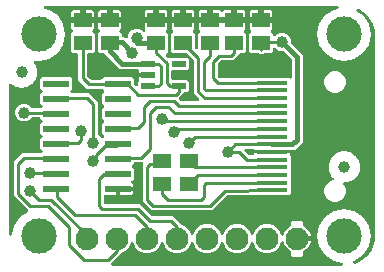
<source format=gbr>
G04 EAGLE Gerber RS-274X export*
G75*
%MOMM*%
%FSLAX34Y34*%
%LPD*%
%INBottom Copper*%
%IPPOS*%
%AMOC8*
5,1,8,0,0,1.08239X$1,22.5*%
G01*
%ADD10R,2.600000X0.350000*%
%ADD11R,1.500000X1.300000*%
%ADD12C,3.000000*%
%ADD13C,1.000000*%
%ADD14R,2.200000X0.600000*%
%ADD15C,1.930400*%
%ADD16R,1.200000X0.550000*%
%ADD17C,0.254000*%
%ADD18C,1.008000*%
%ADD19C,0.406400*%

G36*
X286826Y5085D02*
X286826Y5085D01*
X286861Y5083D01*
X286984Y5105D01*
X287107Y5121D01*
X287140Y5133D01*
X287174Y5140D01*
X287287Y5192D01*
X287403Y5238D01*
X287431Y5258D01*
X287463Y5273D01*
X287559Y5351D01*
X287660Y5424D01*
X287682Y5451D01*
X287709Y5473D01*
X287783Y5574D01*
X287863Y5669D01*
X287878Y5701D01*
X287899Y5729D01*
X287945Y5845D01*
X287998Y5957D01*
X288005Y5991D01*
X288018Y6024D01*
X288035Y6148D01*
X288058Y6269D01*
X288056Y6304D01*
X288061Y6339D01*
X288046Y6463D01*
X288038Y6587D01*
X288028Y6620D01*
X288024Y6655D01*
X287979Y6771D01*
X287940Y6889D01*
X287922Y6919D01*
X287909Y6952D01*
X287837Y7053D01*
X287770Y7158D01*
X287745Y7182D01*
X287724Y7211D01*
X287629Y7291D01*
X287539Y7376D01*
X287508Y7393D01*
X287481Y7415D01*
X287369Y7470D01*
X287260Y7530D01*
X287226Y7538D01*
X287195Y7553D01*
X287039Y7595D01*
X279722Y9050D01*
X272366Y13966D01*
X267450Y21322D01*
X265724Y30000D01*
X267450Y38678D01*
X272366Y46034D01*
X279722Y50950D01*
X288400Y52676D01*
X297078Y50950D01*
X304434Y46034D01*
X309350Y38678D01*
X311076Y30000D01*
X309350Y21322D01*
X304434Y13966D01*
X297000Y8998D01*
X296891Y8903D01*
X296780Y8812D01*
X296771Y8800D01*
X296759Y8790D01*
X296677Y8671D01*
X296593Y8555D01*
X296587Y8541D01*
X296579Y8528D01*
X296529Y8393D01*
X296476Y8259D01*
X296474Y8244D01*
X296468Y8230D01*
X296454Y8087D01*
X296436Y7943D01*
X296437Y7928D01*
X296436Y7913D01*
X296457Y7771D01*
X296475Y7628D01*
X296481Y7614D01*
X296483Y7599D01*
X296539Y7466D01*
X296592Y7332D01*
X296601Y7320D01*
X296607Y7306D01*
X296694Y7191D01*
X296779Y7075D01*
X296790Y7065D01*
X296800Y7053D01*
X296913Y6963D01*
X297024Y6872D01*
X297037Y6865D01*
X297049Y6856D01*
X297181Y6797D01*
X297311Y6736D01*
X297326Y6733D01*
X297340Y6727D01*
X297482Y6703D01*
X297624Y6676D01*
X297639Y6677D01*
X297654Y6675D01*
X297797Y6687D01*
X297941Y6696D01*
X297961Y6701D01*
X297971Y6702D01*
X297988Y6708D01*
X298097Y6736D01*
X301129Y7721D01*
X301236Y7771D01*
X301347Y7815D01*
X301398Y7848D01*
X301417Y7856D01*
X301432Y7869D01*
X301483Y7901D01*
X307469Y12250D01*
X307556Y12332D01*
X307647Y12407D01*
X307686Y12454D01*
X307701Y12468D01*
X307712Y12485D01*
X307750Y12531D01*
X312099Y18517D01*
X312156Y18621D01*
X312220Y18721D01*
X312242Y18778D01*
X312252Y18796D01*
X312257Y18816D01*
X312279Y18871D01*
X314566Y25908D01*
X314579Y25976D01*
X314601Y26042D01*
X314624Y26201D01*
X314915Y29901D01*
X314914Y29923D01*
X314919Y30000D01*
X314919Y198737D01*
X314919Y198738D01*
X314919Y199961D01*
X314919Y200001D01*
X314917Y200021D01*
X314917Y200084D01*
X314715Y203170D01*
X314706Y203214D01*
X314706Y203258D01*
X314696Y203306D01*
X314695Y203321D01*
X314690Y203337D01*
X314674Y203416D01*
X313076Y209380D01*
X313044Y209459D01*
X313021Y209542D01*
X312960Y209664D01*
X312956Y209674D01*
X312954Y209678D01*
X312950Y209686D01*
X309863Y215033D01*
X309811Y215101D01*
X309768Y215175D01*
X309677Y215277D01*
X309671Y215286D01*
X309667Y215289D01*
X309661Y215296D01*
X305296Y219661D01*
X305228Y219714D01*
X305167Y219774D01*
X305053Y219849D01*
X305044Y219856D01*
X305040Y219858D01*
X305033Y219863D01*
X300865Y222269D01*
X300756Y222315D01*
X300651Y222367D01*
X300610Y222376D01*
X300571Y222392D01*
X300455Y222410D01*
X300340Y222434D01*
X300298Y222433D01*
X300257Y222439D01*
X300140Y222427D01*
X300022Y222422D01*
X299982Y222410D01*
X299941Y222406D01*
X299830Y222365D01*
X299717Y222331D01*
X299681Y222309D01*
X299642Y222295D01*
X299546Y222228D01*
X299445Y222167D01*
X299415Y222137D01*
X299381Y222114D01*
X299304Y222025D01*
X299222Y221941D01*
X299200Y221904D01*
X299173Y221873D01*
X299121Y221768D01*
X299062Y221666D01*
X299050Y221626D01*
X299032Y221588D01*
X299007Y221473D01*
X298975Y221360D01*
X298974Y221318D01*
X298965Y221277D01*
X298970Y221159D01*
X298967Y221042D01*
X298977Y221001D01*
X298978Y220959D01*
X299012Y220847D01*
X299039Y220732D01*
X299058Y220695D01*
X299070Y220655D01*
X299131Y220554D01*
X299185Y220450D01*
X299213Y220418D01*
X299234Y220383D01*
X299318Y220300D01*
X299397Y220212D01*
X299447Y220174D01*
X299461Y220160D01*
X299494Y220138D01*
X299525Y220115D01*
X304434Y216834D01*
X309350Y209478D01*
X311076Y200800D01*
X309350Y192122D01*
X304434Y184766D01*
X297078Y179850D01*
X288400Y178124D01*
X279722Y179850D01*
X272366Y184766D01*
X267450Y192122D01*
X265724Y200800D01*
X267450Y209478D01*
X272366Y216834D01*
X279722Y221750D01*
X283017Y222405D01*
X283050Y222416D01*
X283085Y222421D01*
X283201Y222466D01*
X283319Y222506D01*
X283348Y222525D01*
X283381Y222538D01*
X283481Y222611D01*
X283586Y222678D01*
X283610Y222704D01*
X283638Y222724D01*
X283718Y222820D01*
X283802Y222912D01*
X283819Y222942D01*
X283841Y222969D01*
X283894Y223082D01*
X283953Y223192D01*
X283962Y223226D01*
X283976Y223257D01*
X284000Y223379D01*
X284030Y223500D01*
X284030Y223535D01*
X284036Y223570D01*
X284029Y223694D01*
X284028Y223818D01*
X284019Y223852D01*
X284017Y223887D01*
X283978Y224005D01*
X283946Y224126D01*
X283929Y224156D01*
X283918Y224189D01*
X283852Y224295D01*
X283791Y224403D01*
X283767Y224429D01*
X283748Y224458D01*
X283658Y224544D01*
X283572Y224634D01*
X283542Y224652D01*
X283517Y224676D01*
X283408Y224736D01*
X283302Y224802D01*
X283269Y224813D01*
X283238Y224830D01*
X283118Y224861D01*
X282999Y224898D01*
X282964Y224900D01*
X282930Y224909D01*
X282770Y224919D01*
X35630Y224919D01*
X35596Y224915D01*
X35561Y224917D01*
X35438Y224895D01*
X35315Y224879D01*
X35282Y224867D01*
X35248Y224860D01*
X35135Y224808D01*
X35019Y224762D01*
X34991Y224742D01*
X34959Y224727D01*
X34863Y224649D01*
X34762Y224576D01*
X34739Y224549D01*
X34712Y224526D01*
X34638Y224427D01*
X34559Y224331D01*
X34544Y224299D01*
X34523Y224271D01*
X34476Y224155D01*
X34423Y224043D01*
X34417Y224009D01*
X34404Y223976D01*
X34387Y223852D01*
X34364Y223731D01*
X34366Y223696D01*
X34361Y223661D01*
X34376Y223537D01*
X34383Y223413D01*
X34394Y223380D01*
X34398Y223345D01*
X34443Y223229D01*
X34481Y223111D01*
X34500Y223081D01*
X34513Y223048D01*
X34585Y222947D01*
X34652Y222842D01*
X34677Y222818D01*
X34697Y222789D01*
X34793Y222709D01*
X34883Y222624D01*
X34914Y222607D01*
X34941Y222585D01*
X35053Y222530D01*
X35162Y222470D01*
X35196Y222462D01*
X35227Y222447D01*
X35383Y222405D01*
X38678Y221750D01*
X46034Y216834D01*
X50950Y209478D01*
X52676Y200800D01*
X50950Y192122D01*
X46034Y184766D01*
X38678Y179850D01*
X30000Y178124D01*
X27761Y178570D01*
X27718Y178573D01*
X27677Y178583D01*
X27560Y178584D01*
X27444Y178592D01*
X27402Y178584D01*
X27359Y178585D01*
X27246Y178556D01*
X27131Y178535D01*
X27092Y178517D01*
X27051Y178507D01*
X26948Y178451D01*
X26842Y178402D01*
X26809Y178375D01*
X26771Y178355D01*
X26686Y178275D01*
X26595Y178201D01*
X26570Y178167D01*
X26539Y178138D01*
X26476Y178040D01*
X26406Y177945D01*
X26390Y177906D01*
X26367Y177870D01*
X26330Y177759D01*
X26286Y177651D01*
X26281Y177608D01*
X26267Y177568D01*
X26260Y177451D01*
X26244Y177336D01*
X26249Y177293D01*
X26246Y177251D01*
X26267Y177136D01*
X26281Y177020D01*
X26296Y176980D01*
X26304Y176938D01*
X26363Y176788D01*
X26383Y176744D01*
X26394Y176728D01*
X26396Y176723D01*
X26406Y176709D01*
X26444Y176649D01*
X26446Y176633D01*
X26505Y176483D01*
X26924Y175585D01*
X26940Y175559D01*
X26951Y175530D01*
X27035Y175393D01*
X27603Y174581D01*
X27628Y174553D01*
X27645Y174525D01*
X27657Y174466D01*
X27914Y173508D01*
X27925Y173480D01*
X27931Y173450D01*
X27989Y173300D01*
X28408Y172401D01*
X28428Y172370D01*
X28440Y172340D01*
X28441Y172278D01*
X28528Y171291D01*
X28534Y171261D01*
X28535Y171231D01*
X28566Y171073D01*
X28823Y170115D01*
X28837Y170081D01*
X28843Y170049D01*
X28834Y169988D01*
X28748Y169001D01*
X28749Y168970D01*
X28744Y168940D01*
X28748Y168779D01*
X28834Y167792D01*
X28842Y167755D01*
X28842Y167723D01*
X28823Y167665D01*
X28566Y166707D01*
X28562Y166677D01*
X28552Y166649D01*
X28528Y166489D01*
X28441Y165502D01*
X28443Y165465D01*
X28438Y165432D01*
X28408Y165379D01*
X27989Y164480D01*
X27980Y164451D01*
X27965Y164425D01*
X27914Y164272D01*
X27657Y163314D01*
X27652Y163278D01*
X27642Y163247D01*
X27603Y163199D01*
X27035Y162387D01*
X27021Y162360D01*
X27001Y162337D01*
X26924Y162195D01*
X26505Y161297D01*
X26494Y161262D01*
X26478Y161233D01*
X26432Y161193D01*
X25731Y160492D01*
X25713Y160468D01*
X25689Y160448D01*
X25589Y160322D01*
X25020Y159510D01*
X25003Y159477D01*
X24982Y159452D01*
X24930Y159420D01*
X24118Y158851D01*
X24095Y158831D01*
X24069Y158815D01*
X23948Y158709D01*
X23247Y158008D01*
X23225Y157979D01*
X23200Y157957D01*
X23143Y157935D01*
X22245Y157516D01*
X22219Y157500D01*
X22190Y157489D01*
X22053Y157405D01*
X21241Y156837D01*
X21213Y156812D01*
X21185Y156795D01*
X21126Y156783D01*
X20168Y156526D01*
X20140Y156515D01*
X20110Y156509D01*
X19960Y156451D01*
X19061Y156032D01*
X19030Y156012D01*
X19000Y156000D01*
X18938Y155999D01*
X17951Y155912D01*
X17921Y155906D01*
X17891Y155906D01*
X17733Y155874D01*
X16775Y155617D01*
X16741Y155603D01*
X16709Y155597D01*
X16648Y155606D01*
X15661Y155692D01*
X15630Y155691D01*
X15600Y155696D01*
X15439Y155692D01*
X14452Y155606D01*
X14415Y155598D01*
X14383Y155598D01*
X14325Y155617D01*
X13367Y155874D01*
X13337Y155878D01*
X13309Y155888D01*
X13149Y155912D01*
X12162Y155999D01*
X12125Y155997D01*
X12092Y156002D01*
X12039Y156032D01*
X11140Y156451D01*
X11111Y156460D01*
X11085Y156475D01*
X10932Y156526D01*
X9974Y156783D01*
X9938Y156788D01*
X9907Y156798D01*
X9859Y156837D01*
X9047Y157405D01*
X9020Y157419D01*
X8997Y157439D01*
X8855Y157516D01*
X7957Y157935D01*
X7922Y157946D01*
X7893Y157962D01*
X7853Y158008D01*
X7247Y158613D01*
X7138Y158698D01*
X7031Y158787D01*
X7012Y158796D01*
X6996Y158808D01*
X6868Y158863D01*
X6743Y158922D01*
X6723Y158926D01*
X6704Y158934D01*
X6566Y158956D01*
X6430Y158982D01*
X6410Y158981D01*
X6390Y158984D01*
X6251Y158971D01*
X6113Y158963D01*
X6094Y158956D01*
X6074Y158954D01*
X5942Y158907D01*
X5811Y158864D01*
X5793Y158854D01*
X5774Y158847D01*
X5659Y158769D01*
X5542Y158694D01*
X5528Y158680D01*
X5511Y158668D01*
X5419Y158564D01*
X5324Y158463D01*
X5314Y158445D01*
X5301Y158430D01*
X5237Y158306D01*
X5170Y158184D01*
X5165Y158165D01*
X5156Y158147D01*
X5126Y158011D01*
X5091Y157876D01*
X5089Y157848D01*
X5086Y157836D01*
X5087Y157816D01*
X5081Y157716D01*
X5081Y31608D01*
X5085Y31574D01*
X5083Y31539D01*
X5105Y31416D01*
X5121Y31293D01*
X5133Y31260D01*
X5140Y31226D01*
X5192Y31113D01*
X5238Y30997D01*
X5258Y30969D01*
X5273Y30937D01*
X5351Y30841D01*
X5424Y30740D01*
X5451Y30718D01*
X5473Y30690D01*
X5574Y30616D01*
X5669Y30537D01*
X5701Y30522D01*
X5729Y30501D01*
X5845Y30455D01*
X5957Y30402D01*
X5991Y30395D01*
X6024Y30382D01*
X6148Y30365D01*
X6269Y30342D01*
X6304Y30344D01*
X6339Y30339D01*
X6463Y30354D01*
X6587Y30362D01*
X6620Y30372D01*
X6655Y30376D01*
X6771Y30421D01*
X6889Y30460D01*
X6919Y30478D01*
X6952Y30491D01*
X7053Y30563D01*
X7158Y30630D01*
X7182Y30655D01*
X7211Y30676D01*
X7291Y30771D01*
X7376Y30861D01*
X7393Y30892D01*
X7415Y30919D01*
X7470Y31031D01*
X7530Y31140D01*
X7538Y31174D01*
X7553Y31205D01*
X7595Y31361D01*
X9050Y38678D01*
X13966Y46034D01*
X20683Y50523D01*
X20747Y50578D01*
X20817Y50625D01*
X20867Y50682D01*
X20923Y50731D01*
X20971Y50800D01*
X21027Y50864D01*
X21061Y50931D01*
X21104Y50993D01*
X21133Y51072D01*
X21172Y51147D01*
X21188Y51220D01*
X21214Y51291D01*
X21223Y51375D01*
X21241Y51457D01*
X21239Y51533D01*
X21247Y51607D01*
X21234Y51691D01*
X21232Y51775D01*
X21211Y51847D01*
X21200Y51922D01*
X21167Y52000D01*
X21143Y52081D01*
X21105Y52145D01*
X21076Y52215D01*
X21025Y52282D01*
X20982Y52355D01*
X20889Y52460D01*
X20883Y52468D01*
X20880Y52470D01*
X20875Y52475D01*
X11493Y61858D01*
X8889Y64462D01*
X8889Y93018D01*
X16202Y100331D01*
X32082Y100331D01*
X32200Y100346D01*
X32319Y100353D01*
X32338Y100359D01*
X32358Y100361D01*
X32377Y100368D01*
X32397Y100371D01*
X32508Y100414D01*
X32621Y100451D01*
X32638Y100462D01*
X32657Y100469D01*
X32674Y100480D01*
X32693Y100488D01*
X32789Y100557D01*
X32890Y100621D01*
X32904Y100636D01*
X32921Y100647D01*
X32934Y100662D01*
X32950Y100674D01*
X33026Y100766D01*
X33108Y100853D01*
X33118Y100871D01*
X33131Y100886D01*
X33140Y100904D01*
X33153Y100919D01*
X33204Y101027D01*
X33261Y101131D01*
X33267Y101151D01*
X33276Y101169D01*
X33280Y101189D01*
X33289Y101207D01*
X33311Y101324D01*
X33341Y101439D01*
X33343Y101467D01*
X33345Y101479D01*
X33345Y101500D01*
X33349Y101519D01*
X33347Y101540D01*
X33351Y101600D01*
X33339Y101698D01*
X33336Y101797D01*
X33330Y101817D01*
X33329Y101837D01*
X33316Y101875D01*
X33311Y101916D01*
X33275Y102008D01*
X33247Y102103D01*
X33237Y102120D01*
X33231Y102139D01*
X33209Y102174D01*
X33194Y102211D01*
X33136Y102291D01*
X33086Y102377D01*
X33067Y102398D01*
X33061Y102408D01*
X33046Y102422D01*
X33019Y102452D01*
X33007Y102469D01*
X32998Y102476D01*
X32979Y102498D01*
X31579Y103898D01*
X31579Y112002D01*
X32979Y113402D01*
X33052Y113497D01*
X33131Y113586D01*
X33149Y113622D01*
X33174Y113654D01*
X33222Y113763D01*
X33276Y113869D01*
X33285Y113908D01*
X33301Y113946D01*
X33319Y114063D01*
X33345Y114179D01*
X33344Y114220D01*
X33350Y114260D01*
X33339Y114378D01*
X33336Y114497D01*
X33324Y114536D01*
X33321Y114576D01*
X33280Y114689D01*
X33247Y114803D01*
X33227Y114837D01*
X33213Y114876D01*
X33146Y114974D01*
X33086Y115077D01*
X33046Y115122D01*
X33034Y115139D01*
X33019Y115152D01*
X32979Y115197D01*
X31579Y116598D01*
X31579Y124702D01*
X32979Y126103D01*
X33052Y126197D01*
X33131Y126286D01*
X33149Y126322D01*
X33174Y126354D01*
X33222Y126463D01*
X33276Y126569D01*
X33285Y126608D01*
X33301Y126646D01*
X33319Y126763D01*
X33345Y126879D01*
X33344Y126920D01*
X33350Y126960D01*
X33339Y127078D01*
X33336Y127197D01*
X33324Y127236D01*
X33321Y127276D01*
X33280Y127388D01*
X33247Y127503D01*
X33227Y127538D01*
X33213Y127576D01*
X33146Y127674D01*
X33086Y127777D01*
X33046Y127822D01*
X33034Y127839D01*
X33019Y127852D01*
X32979Y127898D01*
X31579Y129298D01*
X31579Y129540D01*
X31564Y129658D01*
X31557Y129777D01*
X31544Y129815D01*
X31539Y129856D01*
X31496Y129966D01*
X31459Y130079D01*
X31437Y130114D01*
X31422Y130151D01*
X31353Y130247D01*
X31289Y130348D01*
X31259Y130376D01*
X31236Y130409D01*
X31144Y130485D01*
X31057Y130566D01*
X31022Y130586D01*
X30991Y130611D01*
X30883Y130662D01*
X30779Y130720D01*
X30739Y130730D01*
X30703Y130747D01*
X30586Y130769D01*
X30471Y130799D01*
X30411Y130803D01*
X30391Y130807D01*
X30370Y130805D01*
X30310Y130809D01*
X25216Y130809D01*
X25118Y130797D01*
X25019Y130794D01*
X24960Y130777D01*
X24900Y130769D01*
X24808Y130733D01*
X24713Y130705D01*
X24661Y130675D01*
X24605Y130652D01*
X24525Y130594D01*
X24439Y130544D01*
X24364Y130478D01*
X24347Y130466D01*
X24339Y130456D01*
X24318Y130438D01*
X22074Y128193D01*
X19288Y127039D01*
X16272Y127039D01*
X13486Y128193D01*
X11353Y130326D01*
X10199Y133112D01*
X10199Y136128D01*
X11353Y138914D01*
X13486Y141047D01*
X16272Y142201D01*
X19288Y142201D01*
X22074Y141047D01*
X24318Y138802D01*
X24397Y138742D01*
X24469Y138674D01*
X24522Y138645D01*
X24570Y138608D01*
X24661Y138568D01*
X24747Y138520D01*
X24806Y138505D01*
X24861Y138481D01*
X24959Y138466D01*
X25055Y138441D01*
X25155Y138435D01*
X25176Y138431D01*
X25188Y138433D01*
X25216Y138431D01*
X32082Y138431D01*
X32219Y138448D01*
X32358Y138461D01*
X32377Y138468D01*
X32397Y138471D01*
X32526Y138522D01*
X32657Y138569D01*
X32674Y138580D01*
X32693Y138588D01*
X32805Y138669D01*
X32921Y138747D01*
X32934Y138763D01*
X32950Y138774D01*
X33039Y138882D01*
X33131Y138986D01*
X33140Y139004D01*
X33153Y139019D01*
X33212Y139145D01*
X33276Y139269D01*
X33280Y139289D01*
X33289Y139307D01*
X33315Y139443D01*
X33345Y139579D01*
X33345Y139600D01*
X33349Y139619D01*
X33340Y139758D01*
X33336Y139897D01*
X33330Y139917D01*
X33329Y139937D01*
X33286Y140069D01*
X33247Y140203D01*
X33237Y140220D01*
X33231Y140239D01*
X33156Y140357D01*
X33086Y140477D01*
X33067Y140498D01*
X33061Y140508D01*
X33046Y140522D01*
X32979Y140597D01*
X31579Y141998D01*
X31579Y150102D01*
X32979Y151502D01*
X33052Y151597D01*
X33131Y151686D01*
X33149Y151722D01*
X33174Y151754D01*
X33222Y151863D01*
X33276Y151969D01*
X33285Y152008D01*
X33301Y152046D01*
X33319Y152163D01*
X33345Y152279D01*
X33344Y152320D01*
X33350Y152360D01*
X33339Y152478D01*
X33336Y152597D01*
X33324Y152636D01*
X33321Y152676D01*
X33280Y152789D01*
X33247Y152903D01*
X33227Y152937D01*
X33213Y152976D01*
X33146Y153074D01*
X33086Y153177D01*
X33046Y153222D01*
X33034Y153239D01*
X33019Y153252D01*
X32979Y153297D01*
X31579Y154698D01*
X31579Y162802D01*
X33068Y164291D01*
X57172Y164291D01*
X58661Y162802D01*
X58661Y154698D01*
X57261Y153297D01*
X57175Y153188D01*
X57087Y153081D01*
X57078Y153062D01*
X57066Y153046D01*
X57010Y152918D01*
X56951Y152793D01*
X56947Y152773D01*
X56939Y152754D01*
X56917Y152616D01*
X56891Y152480D01*
X56893Y152460D01*
X56890Y152440D01*
X56903Y152301D01*
X56911Y152163D01*
X56917Y152144D01*
X56919Y152124D01*
X56967Y151992D01*
X57009Y151861D01*
X57020Y151843D01*
X57027Y151824D01*
X57105Y151709D01*
X57179Y151592D01*
X57194Y151578D01*
X57206Y151561D01*
X57310Y151469D01*
X57411Y151374D01*
X57429Y151364D01*
X57444Y151351D01*
X57568Y151287D01*
X57690Y151220D01*
X57709Y151215D01*
X57727Y151206D01*
X57863Y151176D01*
X57997Y151141D01*
X58026Y151139D01*
X58037Y151136D01*
X58058Y151137D01*
X58158Y151131D01*
X72698Y151131D01*
X80011Y143818D01*
X80011Y116656D01*
X80023Y116558D01*
X80026Y116459D01*
X80043Y116400D01*
X80051Y116340D01*
X80087Y116248D01*
X80115Y116153D01*
X80145Y116101D01*
X80168Y116045D01*
X80226Y115965D01*
X80276Y115879D01*
X80342Y115804D01*
X80354Y115787D01*
X80364Y115779D01*
X80382Y115758D01*
X82631Y113510D01*
X82646Y113483D01*
X82663Y113437D01*
X82725Y113346D01*
X82779Y113250D01*
X82814Y113215D01*
X82842Y113173D01*
X82924Y113101D01*
X83000Y113022D01*
X83043Y112996D01*
X83080Y112963D01*
X83178Y112913D01*
X83271Y112856D01*
X83319Y112841D01*
X83363Y112818D01*
X83470Y112794D01*
X83575Y112762D01*
X83625Y112760D01*
X83674Y112749D01*
X83783Y112752D01*
X83893Y112747D01*
X83942Y112757D01*
X83991Y112758D01*
X84097Y112789D01*
X84204Y112811D01*
X84249Y112833D01*
X84297Y112847D01*
X84391Y112903D01*
X84490Y112951D01*
X84528Y112983D01*
X84571Y113008D01*
X84692Y113115D01*
X84979Y113403D01*
X85052Y113497D01*
X85131Y113586D01*
X85150Y113622D01*
X85174Y113654D01*
X85222Y113763D01*
X85276Y113869D01*
X85285Y113908D01*
X85301Y113946D01*
X85319Y114064D01*
X85345Y114179D01*
X85344Y114220D01*
X85350Y114260D01*
X85339Y114378D01*
X85336Y114497D01*
X85324Y114536D01*
X85321Y114576D01*
X85280Y114688D01*
X85247Y114803D01*
X85227Y114838D01*
X85213Y114876D01*
X85146Y114974D01*
X85086Y115077D01*
X85046Y115122D01*
X85034Y115139D01*
X85019Y115152D01*
X84979Y115198D01*
X83579Y116598D01*
X83579Y124702D01*
X84979Y126102D01*
X85052Y126197D01*
X85131Y126286D01*
X85149Y126322D01*
X85174Y126354D01*
X85222Y126463D01*
X85276Y126569D01*
X85285Y126608D01*
X85301Y126646D01*
X85319Y126763D01*
X85345Y126879D01*
X85344Y126920D01*
X85350Y126960D01*
X85339Y127078D01*
X85336Y127197D01*
X85324Y127236D01*
X85321Y127276D01*
X85280Y127389D01*
X85247Y127503D01*
X85227Y127537D01*
X85213Y127576D01*
X85146Y127674D01*
X85086Y127777D01*
X85046Y127822D01*
X85034Y127839D01*
X85019Y127852D01*
X84979Y127897D01*
X83579Y129298D01*
X83579Y137402D01*
X84979Y138803D01*
X85052Y138897D01*
X85131Y138986D01*
X85149Y139022D01*
X85174Y139054D01*
X85222Y139163D01*
X85276Y139269D01*
X85285Y139308D01*
X85301Y139346D01*
X85319Y139463D01*
X85345Y139579D01*
X85344Y139620D01*
X85350Y139660D01*
X85339Y139778D01*
X85336Y139897D01*
X85324Y139936D01*
X85321Y139976D01*
X85280Y140088D01*
X85247Y140203D01*
X85227Y140238D01*
X85213Y140276D01*
X85146Y140374D01*
X85086Y140477D01*
X85046Y140522D01*
X85034Y140539D01*
X85019Y140552D01*
X84979Y140598D01*
X83579Y141998D01*
X83579Y150102D01*
X84979Y151502D01*
X85052Y151597D01*
X85131Y151686D01*
X85149Y151722D01*
X85174Y151754D01*
X85222Y151863D01*
X85276Y151969D01*
X85285Y152008D01*
X85301Y152046D01*
X85319Y152163D01*
X85345Y152279D01*
X85344Y152320D01*
X85350Y152360D01*
X85339Y152478D01*
X85336Y152597D01*
X85324Y152636D01*
X85321Y152676D01*
X85280Y152789D01*
X85247Y152903D01*
X85227Y152937D01*
X85213Y152976D01*
X85146Y153074D01*
X85086Y153177D01*
X85046Y153222D01*
X85034Y153239D01*
X85019Y153252D01*
X84979Y153297D01*
X83709Y154568D01*
X83631Y154628D01*
X83559Y154696D01*
X83506Y154725D01*
X83458Y154762D01*
X83367Y154802D01*
X83280Y154850D01*
X83222Y154865D01*
X83166Y154889D01*
X83068Y154904D01*
X82973Y154929D01*
X82872Y154935D01*
X82852Y154939D01*
X82840Y154937D01*
X82812Y154939D01*
X70812Y154939D01*
X63499Y162252D01*
X63499Y183390D01*
X63484Y183508D01*
X63477Y183627D01*
X63464Y183665D01*
X63459Y183706D01*
X63416Y183816D01*
X63379Y183929D01*
X63357Y183964D01*
X63342Y184001D01*
X63273Y184097D01*
X63209Y184198D01*
X63179Y184226D01*
X63156Y184259D01*
X63064Y184335D01*
X62977Y184416D01*
X62942Y184436D01*
X62911Y184461D01*
X62803Y184512D01*
X62699Y184570D01*
X62659Y184580D01*
X62623Y184597D01*
X62506Y184619D01*
X62391Y184649D01*
X62331Y184653D01*
X62311Y184657D01*
X62290Y184655D01*
X62230Y184659D01*
X58758Y184659D01*
X57269Y186148D01*
X57269Y201252D01*
X58679Y202662D01*
X58752Y202756D01*
X58830Y202845D01*
X58849Y202881D01*
X58874Y202913D01*
X58921Y203022D01*
X58975Y203128D01*
X58984Y203168D01*
X59000Y203205D01*
X59019Y203323D01*
X59045Y203439D01*
X59043Y203479D01*
X59050Y203519D01*
X59039Y203638D01*
X59035Y203756D01*
X59024Y203795D01*
X59020Y203836D01*
X58980Y203948D01*
X58947Y204062D01*
X58926Y204097D01*
X58912Y204135D01*
X58845Y204233D01*
X58785Y204336D01*
X58745Y204381D01*
X58734Y204398D01*
X58718Y204411D01*
X58679Y204457D01*
X58183Y204952D01*
X57916Y205415D01*
X57777Y205932D01*
X57777Y210161D01*
X66040Y210161D01*
X66158Y210176D01*
X66277Y210183D01*
X66315Y210196D01*
X66355Y210201D01*
X66466Y210244D01*
X66579Y210281D01*
X66614Y210303D01*
X66651Y210318D01*
X66747Y210388D01*
X66848Y210451D01*
X66876Y210481D01*
X66908Y210505D01*
X66984Y210596D01*
X67066Y210683D01*
X67085Y210718D01*
X67111Y210749D01*
X67162Y210857D01*
X67219Y210961D01*
X67230Y211001D01*
X67247Y211037D01*
X67269Y211154D01*
X67299Y211269D01*
X67303Y211330D01*
X67307Y211350D01*
X67305Y211370D01*
X67309Y211430D01*
X67309Y212701D01*
X67311Y212701D01*
X67311Y211430D01*
X67326Y211312D01*
X67333Y211193D01*
X67346Y211155D01*
X67351Y211115D01*
X67395Y211004D01*
X67431Y210891D01*
X67453Y210856D01*
X67468Y210819D01*
X67538Y210723D01*
X67601Y210622D01*
X67631Y210594D01*
X67655Y210561D01*
X67746Y210486D01*
X67833Y210404D01*
X67868Y210384D01*
X67900Y210359D01*
X68007Y210308D01*
X68111Y210250D01*
X68151Y210240D01*
X68187Y210223D01*
X68304Y210201D01*
X68419Y210171D01*
X68480Y210167D01*
X68500Y210163D01*
X68520Y210165D01*
X68580Y210161D01*
X76843Y210161D01*
X76843Y205932D01*
X76704Y205415D01*
X76437Y204952D01*
X75941Y204457D01*
X75868Y204363D01*
X75790Y204273D01*
X75771Y204237D01*
X75746Y204205D01*
X75699Y204096D01*
X75645Y203990D01*
X75636Y203951D01*
X75620Y203914D01*
X75601Y203796D01*
X75575Y203680D01*
X75577Y203639D01*
X75570Y203599D01*
X75581Y203481D01*
X75585Y203362D01*
X75596Y203323D01*
X75600Y203283D01*
X75640Y203171D01*
X75673Y203056D01*
X75694Y203022D01*
X75708Y202984D01*
X75775Y202885D01*
X75835Y202783D01*
X75875Y202737D01*
X75886Y202720D01*
X75902Y202707D01*
X75941Y202662D01*
X77351Y201252D01*
X77351Y186148D01*
X75862Y184659D01*
X72390Y184659D01*
X72272Y184644D01*
X72153Y184637D01*
X72115Y184624D01*
X72074Y184619D01*
X71964Y184576D01*
X71851Y184539D01*
X71816Y184517D01*
X71779Y184502D01*
X71683Y184433D01*
X71582Y184369D01*
X71554Y184339D01*
X71521Y184316D01*
X71445Y184224D01*
X71364Y184137D01*
X71344Y184102D01*
X71319Y184071D01*
X71268Y183963D01*
X71210Y183859D01*
X71200Y183819D01*
X71183Y183783D01*
X71161Y183666D01*
X71131Y183551D01*
X71127Y183491D01*
X71123Y183471D01*
X71125Y183450D01*
X71121Y183390D01*
X71121Y165934D01*
X71133Y165836D01*
X71136Y165737D01*
X71153Y165679D01*
X71161Y165619D01*
X71197Y165527D01*
X71225Y165431D01*
X71255Y165379D01*
X71278Y165323D01*
X71336Y165243D01*
X71386Y165158D01*
X71452Y165082D01*
X71464Y165066D01*
X71474Y165058D01*
X71492Y165037D01*
X73597Y162932D01*
X73675Y162872D01*
X73747Y162804D01*
X73800Y162775D01*
X73848Y162738D01*
X73939Y162698D01*
X74026Y162650D01*
X74084Y162635D01*
X74140Y162611D01*
X74238Y162596D01*
X74334Y162571D01*
X74434Y162565D01*
X74454Y162561D01*
X74466Y162563D01*
X74494Y162561D01*
X82812Y162561D01*
X82910Y162573D01*
X83009Y162576D01*
X83067Y162593D01*
X83127Y162601D01*
X83219Y162637D01*
X83315Y162665D01*
X83367Y162695D01*
X83423Y162718D01*
X83503Y162776D01*
X83588Y162826D01*
X83664Y162892D01*
X83680Y162904D01*
X83688Y162914D01*
X83709Y162932D01*
X85068Y164291D01*
X109172Y164291D01*
X110661Y162802D01*
X110661Y159414D01*
X110673Y159316D01*
X110676Y159217D01*
X110693Y159159D01*
X110701Y159099D01*
X110737Y159007D01*
X110765Y158911D01*
X110795Y158859D01*
X110818Y158803D01*
X110876Y158723D01*
X110926Y158638D01*
X110992Y158562D01*
X111004Y158546D01*
X111014Y158538D01*
X111032Y158517D01*
X112182Y157368D01*
X112291Y157282D01*
X112398Y157194D01*
X112417Y157185D01*
X112433Y157173D01*
X112561Y157117D01*
X112686Y157058D01*
X112706Y157054D01*
X112725Y157046D01*
X112863Y157024D01*
X112999Y156998D01*
X113019Y157000D01*
X113039Y156997D01*
X113178Y157010D01*
X113316Y157018D01*
X113335Y157024D01*
X113355Y157026D01*
X113487Y157074D01*
X113618Y157116D01*
X113636Y157127D01*
X113655Y157134D01*
X113770Y157212D01*
X113887Y157286D01*
X113901Y157301D01*
X113918Y157313D01*
X114010Y157417D01*
X114105Y157518D01*
X114115Y157536D01*
X114128Y157551D01*
X114192Y157675D01*
X114259Y157797D01*
X114264Y157816D01*
X114273Y157834D01*
X114303Y157970D01*
X114338Y158104D01*
X114340Y158133D01*
X114343Y158144D01*
X114342Y158165D01*
X114348Y158265D01*
X114348Y160672D01*
X114861Y161185D01*
X114930Y161274D01*
X115005Y161358D01*
X115027Y161399D01*
X115056Y161437D01*
X115101Y161540D01*
X115153Y161639D01*
X115164Y161685D01*
X115182Y161728D01*
X115200Y161840D01*
X115226Y161949D01*
X115225Y161996D01*
X115232Y162043D01*
X115222Y162155D01*
X115220Y162267D01*
X115207Y162312D01*
X115203Y162359D01*
X115165Y162465D01*
X115134Y162573D01*
X115102Y162638D01*
X115095Y162658D01*
X115085Y162673D01*
X115063Y162717D01*
X114995Y162835D01*
X114856Y163352D01*
X114856Y164996D01*
X122784Y164996D01*
X122902Y165011D01*
X123021Y165018D01*
X123059Y165030D01*
X123099Y165036D01*
X123210Y165079D01*
X123323Y165116D01*
X123357Y165138D01*
X123395Y165153D01*
X123491Y165222D01*
X123592Y165286D01*
X123620Y165316D01*
X123652Y165339D01*
X123728Y165431D01*
X123810Y165518D01*
X123829Y165553D01*
X123855Y165584D01*
X123906Y165692D01*
X123963Y165796D01*
X123973Y165836D01*
X123991Y165872D01*
X124013Y165989D01*
X124043Y166104D01*
X124047Y166164D01*
X124050Y166184D01*
X124050Y166192D01*
X124050Y166195D01*
X124050Y166210D01*
X124053Y166265D01*
X124053Y166475D01*
X124038Y166593D01*
X124031Y166712D01*
X124018Y166750D01*
X124013Y166791D01*
X123969Y166901D01*
X123933Y167014D01*
X123911Y167049D01*
X123896Y167086D01*
X123826Y167182D01*
X123763Y167283D01*
X123733Y167311D01*
X123709Y167344D01*
X123618Y167420D01*
X123531Y167501D01*
X123496Y167521D01*
X123464Y167546D01*
X123357Y167597D01*
X123252Y167655D01*
X123213Y167665D01*
X123177Y167682D01*
X123060Y167704D01*
X122944Y167734D01*
X122884Y167738D01*
X122864Y167742D01*
X122844Y167740D01*
X122784Y167744D01*
X114856Y167744D01*
X114856Y169388D01*
X114940Y169699D01*
X114957Y169824D01*
X114981Y169948D01*
X114978Y169981D01*
X114983Y170015D01*
X114969Y170140D01*
X114961Y170265D01*
X114950Y170297D01*
X114947Y170330D01*
X114901Y170448D01*
X114863Y170567D01*
X114845Y170596D01*
X114833Y170627D01*
X114760Y170730D01*
X114693Y170836D01*
X114668Y170859D01*
X114649Y170887D01*
X114553Y170968D01*
X114461Y171054D01*
X114431Y171070D01*
X114406Y171092D01*
X114293Y171147D01*
X114182Y171208D01*
X114150Y171216D01*
X114120Y171231D01*
X113996Y171256D01*
X113875Y171287D01*
X113826Y171290D01*
X113808Y171294D01*
X113786Y171293D01*
X113714Y171297D01*
X99096Y171297D01*
X86106Y184288D01*
X86027Y184348D01*
X85955Y184416D01*
X85902Y184445D01*
X85854Y184482D01*
X85763Y184522D01*
X85677Y184570D01*
X85618Y184585D01*
X85563Y184609D01*
X85465Y184624D01*
X85369Y184649D01*
X85269Y184655D01*
X85248Y184659D01*
X85236Y184657D01*
X85208Y184659D01*
X81618Y184659D01*
X80129Y186148D01*
X80129Y201252D01*
X81539Y202662D01*
X81612Y202756D01*
X81690Y202845D01*
X81709Y202881D01*
X81734Y202913D01*
X81781Y203022D01*
X81835Y203128D01*
X81844Y203168D01*
X81860Y203205D01*
X81879Y203323D01*
X81905Y203439D01*
X81903Y203479D01*
X81910Y203519D01*
X81899Y203638D01*
X81895Y203756D01*
X81884Y203795D01*
X81880Y203836D01*
X81840Y203948D01*
X81807Y204062D01*
X81786Y204097D01*
X81772Y204135D01*
X81705Y204233D01*
X81645Y204336D01*
X81605Y204381D01*
X81594Y204398D01*
X81578Y204411D01*
X81539Y204457D01*
X81043Y204952D01*
X80776Y205415D01*
X80637Y205932D01*
X80637Y210161D01*
X88900Y210161D01*
X89018Y210176D01*
X89137Y210183D01*
X89175Y210196D01*
X89215Y210201D01*
X89326Y210244D01*
X89439Y210281D01*
X89474Y210303D01*
X89511Y210318D01*
X89607Y210388D01*
X89708Y210451D01*
X89736Y210481D01*
X89768Y210505D01*
X89844Y210596D01*
X89926Y210683D01*
X89945Y210718D01*
X89971Y210749D01*
X90022Y210857D01*
X90079Y210961D01*
X90090Y211001D01*
X90107Y211037D01*
X90129Y211154D01*
X90159Y211269D01*
X90163Y211330D01*
X90167Y211350D01*
X90165Y211370D01*
X90169Y211430D01*
X90169Y212701D01*
X90171Y212701D01*
X90171Y211430D01*
X90186Y211312D01*
X90193Y211193D01*
X90206Y211155D01*
X90211Y211115D01*
X90255Y211004D01*
X90291Y210891D01*
X90313Y210856D01*
X90328Y210819D01*
X90398Y210723D01*
X90461Y210622D01*
X90491Y210594D01*
X90515Y210561D01*
X90606Y210486D01*
X90693Y210404D01*
X90728Y210384D01*
X90760Y210359D01*
X90867Y210308D01*
X90971Y210250D01*
X91011Y210240D01*
X91047Y210223D01*
X91164Y210201D01*
X91279Y210171D01*
X91340Y210167D01*
X91360Y210163D01*
X91380Y210165D01*
X91440Y210161D01*
X99703Y210161D01*
X99703Y205932D01*
X99564Y205415D01*
X99297Y204952D01*
X98801Y204457D01*
X98728Y204363D01*
X98650Y204273D01*
X98631Y204237D01*
X98606Y204205D01*
X98559Y204096D01*
X98505Y203990D01*
X98496Y203951D01*
X98480Y203914D01*
X98461Y203796D01*
X98435Y203680D01*
X98437Y203639D01*
X98430Y203599D01*
X98441Y203481D01*
X98445Y203362D01*
X98456Y203323D01*
X98460Y203283D01*
X98500Y203171D01*
X98533Y203056D01*
X98554Y203022D01*
X98568Y202984D01*
X98635Y202885D01*
X98695Y202783D01*
X98735Y202737D01*
X98746Y202720D01*
X98762Y202707D01*
X98801Y202662D01*
X100211Y201252D01*
X100211Y200152D01*
X100226Y200034D01*
X100233Y199915D01*
X100246Y199877D01*
X100251Y199836D01*
X100294Y199726D01*
X100331Y199613D01*
X100353Y199578D01*
X100368Y199541D01*
X100437Y199445D01*
X100501Y199344D01*
X100531Y199316D01*
X100554Y199283D01*
X100646Y199207D01*
X100733Y199126D01*
X100768Y199106D01*
X100799Y199081D01*
X100907Y199030D01*
X101011Y198972D01*
X101051Y198962D01*
X101087Y198945D01*
X101204Y198923D01*
X101319Y198893D01*
X101379Y198889D01*
X101399Y198885D01*
X101420Y198887D01*
X101480Y198883D01*
X102224Y198883D01*
X103283Y197824D01*
X103392Y197739D01*
X103499Y197650D01*
X103518Y197642D01*
X103534Y197629D01*
X103661Y197574D01*
X103787Y197515D01*
X103807Y197511D01*
X103826Y197503D01*
X103964Y197481D01*
X104100Y197455D01*
X104120Y197456D01*
X104140Y197453D01*
X104279Y197466D01*
X104417Y197475D01*
X104436Y197481D01*
X104456Y197483D01*
X104588Y197530D01*
X104719Y197573D01*
X104737Y197584D01*
X104756Y197591D01*
X104871Y197669D01*
X104988Y197743D01*
X105002Y197758D01*
X105019Y197769D01*
X105111Y197873D01*
X105206Y197975D01*
X105216Y197992D01*
X105229Y198008D01*
X105293Y198132D01*
X105360Y198253D01*
X105365Y198273D01*
X105374Y198291D01*
X105404Y198427D01*
X105439Y198561D01*
X105441Y198589D01*
X105444Y198601D01*
X105443Y198622D01*
X105449Y198722D01*
X105449Y199628D01*
X106603Y202414D01*
X108736Y204547D01*
X111522Y205701D01*
X114538Y205701D01*
X117324Y204547D01*
X118370Y203501D01*
X118489Y203408D01*
X118610Y203313D01*
X118616Y203310D01*
X118621Y203306D01*
X118760Y203246D01*
X118900Y203183D01*
X118907Y203182D01*
X118913Y203180D01*
X119063Y203156D01*
X119214Y203130D01*
X119220Y203131D01*
X119227Y203130D01*
X119379Y203144D01*
X119531Y203157D01*
X119537Y203159D01*
X119544Y203160D01*
X119687Y203211D01*
X119831Y203261D01*
X119837Y203265D01*
X119843Y203267D01*
X119969Y203353D01*
X120096Y203437D01*
X120100Y203442D01*
X120106Y203446D01*
X120207Y203560D01*
X120309Y203673D01*
X120312Y203679D01*
X120317Y203684D01*
X120386Y203819D01*
X120457Y203955D01*
X120458Y203961D01*
X120461Y203967D01*
X120495Y204116D01*
X120530Y204264D01*
X120529Y204271D01*
X120531Y204278D01*
X120526Y204431D01*
X120523Y204582D01*
X120521Y204589D01*
X120521Y204596D01*
X120479Y204743D01*
X120438Y204889D01*
X120434Y204897D01*
X120433Y204901D01*
X120427Y204910D01*
X120367Y205033D01*
X120146Y205415D01*
X120007Y205932D01*
X120007Y210161D01*
X128270Y210161D01*
X128388Y210176D01*
X128507Y210183D01*
X128545Y210196D01*
X128585Y210201D01*
X128696Y210244D01*
X128809Y210281D01*
X128844Y210303D01*
X128881Y210318D01*
X128977Y210388D01*
X129078Y210451D01*
X129106Y210481D01*
X129138Y210505D01*
X129214Y210596D01*
X129296Y210683D01*
X129315Y210718D01*
X129341Y210749D01*
X129392Y210857D01*
X129449Y210961D01*
X129460Y211001D01*
X129477Y211037D01*
X129499Y211154D01*
X129529Y211269D01*
X129533Y211330D01*
X129537Y211350D01*
X129535Y211370D01*
X129539Y211430D01*
X129539Y212701D01*
X129541Y212701D01*
X129541Y211430D01*
X129556Y211312D01*
X129563Y211193D01*
X129576Y211155D01*
X129581Y211115D01*
X129625Y211004D01*
X129661Y210891D01*
X129683Y210856D01*
X129698Y210819D01*
X129768Y210723D01*
X129831Y210622D01*
X129861Y210594D01*
X129885Y210561D01*
X129976Y210486D01*
X130063Y210404D01*
X130098Y210384D01*
X130130Y210359D01*
X130237Y210308D01*
X130341Y210250D01*
X130381Y210240D01*
X130417Y210223D01*
X130534Y210201D01*
X130649Y210171D01*
X130710Y210167D01*
X130730Y210163D01*
X130750Y210165D01*
X130810Y210161D01*
X139073Y210161D01*
X139073Y205932D01*
X138934Y205415D01*
X138667Y204952D01*
X138171Y204457D01*
X138098Y204363D01*
X138020Y204273D01*
X138001Y204237D01*
X137976Y204205D01*
X137929Y204096D01*
X137875Y203990D01*
X137866Y203951D01*
X137850Y203914D01*
X137831Y203796D01*
X137805Y203680D01*
X137807Y203639D01*
X137800Y203599D01*
X137811Y203481D01*
X137815Y203362D01*
X137826Y203323D01*
X137830Y203283D01*
X137870Y203171D01*
X137903Y203056D01*
X137924Y203022D01*
X137938Y202984D01*
X138005Y202885D01*
X138065Y202783D01*
X138105Y202737D01*
X138116Y202720D01*
X138132Y202707D01*
X138171Y202662D01*
X139581Y201252D01*
X139581Y186148D01*
X137789Y184356D01*
X137716Y184261D01*
X137637Y184172D01*
X137619Y184136D01*
X137594Y184104D01*
X137546Y183995D01*
X137492Y183889D01*
X137483Y183850D01*
X137467Y183812D01*
X137449Y183695D01*
X137423Y183579D01*
X137424Y183538D01*
X137418Y183498D01*
X137429Y183380D01*
X137432Y183261D01*
X137444Y183222D01*
X137447Y183182D01*
X137488Y183069D01*
X137521Y182955D01*
X137541Y182921D01*
X137555Y182882D01*
X137622Y182784D01*
X137682Y182681D01*
X137722Y182636D01*
X137734Y182619D01*
X137749Y182606D01*
X137789Y182561D01*
X139616Y180733D01*
X139710Y180660D01*
X139799Y180581D01*
X139835Y180563D01*
X139867Y180538D01*
X139977Y180491D01*
X140083Y180437D01*
X140122Y180428D01*
X140159Y180412D01*
X140277Y180393D01*
X140393Y180367D01*
X140433Y180368D01*
X140473Y180362D01*
X140592Y180373D01*
X140711Y180377D01*
X140750Y180388D01*
X140790Y180392D01*
X140902Y180432D01*
X141016Y180465D01*
X141051Y180486D01*
X141089Y180499D01*
X141188Y180566D01*
X141290Y180627D01*
X141335Y180667D01*
X141352Y180678D01*
X141366Y180693D01*
X141411Y180733D01*
X141839Y181161D01*
X155943Y181161D01*
X157432Y179672D01*
X157432Y172068D01*
X155943Y170579D01*
X143510Y170579D01*
X143392Y170564D01*
X143273Y170557D01*
X143235Y170544D01*
X143194Y170539D01*
X143084Y170496D01*
X142971Y170459D01*
X142936Y170437D01*
X142899Y170422D01*
X142803Y170353D01*
X142702Y170289D01*
X142674Y170259D01*
X142641Y170236D01*
X142565Y170144D01*
X142484Y170057D01*
X142464Y170022D01*
X142439Y169991D01*
X142388Y169883D01*
X142330Y169779D01*
X142320Y169739D01*
X142303Y169703D01*
X142281Y169586D01*
X142251Y169471D01*
X142247Y169411D01*
X142243Y169391D01*
X142245Y169370D01*
X142241Y169310D01*
X142241Y163430D01*
X142256Y163312D01*
X142263Y163193D01*
X142276Y163155D01*
X142281Y163114D01*
X142324Y163004D01*
X142361Y162891D01*
X142383Y162856D01*
X142398Y162819D01*
X142467Y162723D01*
X142531Y162622D01*
X142561Y162594D01*
X142584Y162561D01*
X142676Y162485D01*
X142763Y162404D01*
X142798Y162384D01*
X142829Y162359D01*
X142937Y162308D01*
X143041Y162250D01*
X143081Y162240D01*
X143117Y162223D01*
X143234Y162201D01*
X143349Y162171D01*
X143409Y162167D01*
X143429Y162163D01*
X143450Y162165D01*
X143510Y162161D01*
X155943Y162161D01*
X157432Y160672D01*
X157432Y153068D01*
X155943Y151579D01*
X153670Y151579D01*
X153552Y151564D01*
X153433Y151557D01*
X153395Y151544D01*
X153354Y151539D01*
X153244Y151496D01*
X153131Y151459D01*
X153096Y151437D01*
X153059Y151422D01*
X152963Y151353D01*
X152862Y151289D01*
X152834Y151259D01*
X152801Y151236D01*
X152737Y151158D01*
X149162Y147582D01*
X149089Y147488D01*
X149010Y147399D01*
X148992Y147363D01*
X148967Y147331D01*
X148919Y147222D01*
X148865Y147116D01*
X148856Y147077D01*
X148840Y147039D01*
X148822Y146922D01*
X148796Y146806D01*
X148797Y146765D01*
X148791Y146725D01*
X148802Y146607D01*
X148805Y146488D01*
X148817Y146449D01*
X148820Y146409D01*
X148861Y146296D01*
X148894Y146182D01*
X148914Y146147D01*
X148928Y146109D01*
X148995Y146011D01*
X149055Y145908D01*
X149095Y145863D01*
X149107Y145846D01*
X149122Y145833D01*
X149162Y145787D01*
X150467Y144482D01*
X150545Y144422D01*
X150617Y144354D01*
X150670Y144325D01*
X150718Y144288D01*
X150809Y144248D01*
X150896Y144200D01*
X150954Y144185D01*
X151010Y144161D01*
X151108Y144146D01*
X151203Y144121D01*
X151304Y144115D01*
X151324Y144111D01*
X151336Y144113D01*
X151364Y144111D01*
X164936Y144111D01*
X165073Y144128D01*
X165212Y144141D01*
X165231Y144148D01*
X165251Y144151D01*
X165380Y144202D01*
X165511Y144249D01*
X165528Y144260D01*
X165547Y144268D01*
X165660Y144349D01*
X165775Y144427D01*
X165788Y144443D01*
X165804Y144454D01*
X165893Y144562D01*
X165985Y144666D01*
X165994Y144684D01*
X166007Y144699D01*
X166066Y144825D01*
X166130Y144949D01*
X166134Y144969D01*
X166143Y144987D01*
X166169Y145124D01*
X166199Y145259D01*
X166199Y145280D01*
X166203Y145299D01*
X166194Y145438D01*
X166190Y145577D01*
X166184Y145597D01*
X166183Y145617D01*
X166140Y145749D01*
X166101Y145883D01*
X166091Y145900D01*
X166085Y145919D01*
X166010Y146037D01*
X165940Y146157D01*
X165921Y146178D01*
X165915Y146188D01*
X165900Y146202D01*
X165833Y146277D01*
X163893Y148218D01*
X161289Y150822D01*
X161289Y178896D01*
X161277Y178994D01*
X161274Y179093D01*
X161257Y179151D01*
X161249Y179211D01*
X161213Y179303D01*
X161185Y179399D01*
X161155Y179451D01*
X161132Y179507D01*
X161074Y179587D01*
X161024Y179672D01*
X160958Y179748D01*
X160946Y179764D01*
X160936Y179772D01*
X160918Y179793D01*
X156423Y184288D01*
X156345Y184348D01*
X156273Y184416D01*
X156220Y184445D01*
X156172Y184482D01*
X156081Y184522D01*
X155994Y184570D01*
X155936Y184585D01*
X155880Y184609D01*
X155782Y184624D01*
X155686Y184649D01*
X155586Y184655D01*
X155566Y184659D01*
X155554Y184657D01*
X155526Y184659D01*
X143848Y184659D01*
X142359Y186148D01*
X142359Y201252D01*
X143769Y202662D01*
X143842Y202756D01*
X143920Y202845D01*
X143939Y202881D01*
X143964Y202913D01*
X144011Y203022D01*
X144065Y203128D01*
X144074Y203168D01*
X144090Y203205D01*
X144109Y203323D01*
X144135Y203439D01*
X144133Y203479D01*
X144140Y203519D01*
X144129Y203638D01*
X144125Y203756D01*
X144114Y203795D01*
X144110Y203836D01*
X144070Y203948D01*
X144037Y204062D01*
X144016Y204097D01*
X144002Y204135D01*
X143935Y204233D01*
X143875Y204336D01*
X143835Y204381D01*
X143824Y204398D01*
X143808Y204411D01*
X143769Y204457D01*
X143273Y204952D01*
X143006Y205415D01*
X142867Y205932D01*
X142867Y210161D01*
X151130Y210161D01*
X151248Y210176D01*
X151367Y210183D01*
X151405Y210196D01*
X151445Y210201D01*
X151556Y210244D01*
X151669Y210281D01*
X151704Y210303D01*
X151741Y210318D01*
X151837Y210388D01*
X151938Y210451D01*
X151966Y210481D01*
X151998Y210505D01*
X152074Y210596D01*
X152156Y210683D01*
X152175Y210718D01*
X152201Y210749D01*
X152252Y210857D01*
X152309Y210961D01*
X152320Y211001D01*
X152337Y211037D01*
X152359Y211154D01*
X152389Y211269D01*
X152393Y211330D01*
X152397Y211350D01*
X152395Y211370D01*
X152399Y211430D01*
X152399Y212701D01*
X152401Y212701D01*
X152401Y211430D01*
X152416Y211312D01*
X152423Y211193D01*
X152436Y211155D01*
X152441Y211115D01*
X152485Y211004D01*
X152521Y210891D01*
X152543Y210856D01*
X152558Y210819D01*
X152628Y210723D01*
X152691Y210622D01*
X152721Y210594D01*
X152745Y210561D01*
X152836Y210486D01*
X152923Y210404D01*
X152958Y210384D01*
X152990Y210359D01*
X153097Y210308D01*
X153201Y210250D01*
X153241Y210240D01*
X153277Y210223D01*
X153394Y210201D01*
X153509Y210171D01*
X153570Y210167D01*
X153590Y210163D01*
X153610Y210165D01*
X153670Y210161D01*
X161933Y210161D01*
X161933Y205932D01*
X161794Y205415D01*
X161527Y204952D01*
X161031Y204457D01*
X160958Y204363D01*
X160880Y204273D01*
X160861Y204237D01*
X160837Y204205D01*
X160789Y204096D01*
X160735Y203990D01*
X160726Y203951D01*
X160710Y203914D01*
X160691Y203796D01*
X160665Y203680D01*
X160667Y203640D01*
X160660Y203600D01*
X160671Y203481D01*
X160675Y203362D01*
X160686Y203323D01*
X160690Y203283D01*
X160730Y203171D01*
X160763Y203057D01*
X160784Y203022D01*
X160798Y202984D01*
X160864Y202885D01*
X160925Y202783D01*
X160965Y202737D01*
X160976Y202720D01*
X160992Y202707D01*
X161031Y202662D01*
X162441Y201252D01*
X162441Y189574D01*
X162453Y189476D01*
X162456Y189377D01*
X162473Y189319D01*
X162481Y189259D01*
X162517Y189167D01*
X162545Y189072D01*
X162575Y189019D01*
X162598Y188963D01*
X162656Y188883D01*
X162706Y188798D01*
X162772Y188722D01*
X162784Y188706D01*
X162794Y188698D01*
X162812Y188677D01*
X163052Y188437D01*
X163162Y188352D01*
X163269Y188263D01*
X163288Y188254D01*
X163304Y188242D01*
X163431Y188187D01*
X163557Y188127D01*
X163577Y188123D01*
X163596Y188115D01*
X163733Y188094D01*
X163870Y188067D01*
X163890Y188069D01*
X163910Y188066D01*
X164048Y188079D01*
X164187Y188087D01*
X164206Y188093D01*
X164226Y188095D01*
X164357Y188142D01*
X164489Y188185D01*
X164507Y188196D01*
X164526Y188203D01*
X164641Y188281D01*
X164758Y188355D01*
X164772Y188370D01*
X164789Y188381D01*
X164881Y188486D01*
X164976Y188587D01*
X164986Y188605D01*
X164999Y188620D01*
X165062Y188744D01*
X165130Y188866D01*
X165135Y188885D01*
X165144Y188903D01*
X165174Y189039D01*
X165209Y189173D01*
X165211Y189201D01*
X165214Y189213D01*
X165213Y189234D01*
X165219Y189334D01*
X165219Y201252D01*
X166629Y202662D01*
X166702Y202756D01*
X166780Y202845D01*
X166799Y202881D01*
X166824Y202913D01*
X166871Y203022D01*
X166925Y203128D01*
X166934Y203168D01*
X166950Y203205D01*
X166969Y203323D01*
X166995Y203439D01*
X166993Y203479D01*
X167000Y203519D01*
X166989Y203638D01*
X166985Y203756D01*
X166974Y203795D01*
X166970Y203836D01*
X166930Y203948D01*
X166897Y204062D01*
X166876Y204097D01*
X166862Y204135D01*
X166795Y204233D01*
X166735Y204336D01*
X166695Y204381D01*
X166684Y204398D01*
X166668Y204411D01*
X166629Y204457D01*
X166133Y204952D01*
X165866Y205415D01*
X165727Y205932D01*
X165727Y210161D01*
X173990Y210161D01*
X174108Y210176D01*
X174227Y210183D01*
X174265Y210196D01*
X174305Y210201D01*
X174416Y210244D01*
X174529Y210281D01*
X174564Y210303D01*
X174601Y210318D01*
X174697Y210388D01*
X174798Y210451D01*
X174826Y210481D01*
X174858Y210505D01*
X174934Y210596D01*
X175016Y210683D01*
X175035Y210718D01*
X175061Y210749D01*
X175112Y210857D01*
X175169Y210961D01*
X175180Y211001D01*
X175197Y211037D01*
X175219Y211154D01*
X175249Y211269D01*
X175253Y211330D01*
X175257Y211350D01*
X175255Y211370D01*
X175259Y211430D01*
X175259Y212701D01*
X175261Y212701D01*
X175261Y211430D01*
X175276Y211312D01*
X175283Y211193D01*
X175296Y211155D01*
X175301Y211115D01*
X175345Y211004D01*
X175381Y210891D01*
X175403Y210856D01*
X175418Y210819D01*
X175488Y210723D01*
X175551Y210622D01*
X175581Y210594D01*
X175605Y210561D01*
X175696Y210486D01*
X175783Y210404D01*
X175818Y210384D01*
X175850Y210359D01*
X175957Y210308D01*
X176061Y210250D01*
X176101Y210240D01*
X176137Y210223D01*
X176254Y210201D01*
X176369Y210171D01*
X176430Y210167D01*
X176450Y210163D01*
X176470Y210165D01*
X176530Y210161D01*
X194310Y210161D01*
X194428Y210176D01*
X194547Y210183D01*
X194585Y210196D01*
X194625Y210201D01*
X194736Y210244D01*
X194849Y210281D01*
X194884Y210303D01*
X194921Y210318D01*
X195017Y210388D01*
X195118Y210451D01*
X195146Y210481D01*
X195178Y210505D01*
X195254Y210596D01*
X195336Y210683D01*
X195355Y210718D01*
X195381Y210749D01*
X195432Y210857D01*
X195489Y210961D01*
X195500Y211001D01*
X195517Y211037D01*
X195539Y211154D01*
X195569Y211269D01*
X195573Y211330D01*
X195577Y211350D01*
X195575Y211370D01*
X195579Y211430D01*
X195579Y212701D01*
X195581Y212701D01*
X195581Y211430D01*
X195596Y211312D01*
X195603Y211193D01*
X195616Y211155D01*
X195621Y211115D01*
X195665Y211004D01*
X195701Y210891D01*
X195723Y210856D01*
X195738Y210819D01*
X195808Y210723D01*
X195871Y210622D01*
X195901Y210594D01*
X195925Y210561D01*
X196016Y210486D01*
X196103Y210404D01*
X196138Y210384D01*
X196170Y210359D01*
X196277Y210308D01*
X196381Y210250D01*
X196421Y210240D01*
X196457Y210223D01*
X196574Y210201D01*
X196689Y210171D01*
X196750Y210167D01*
X196770Y210163D01*
X196790Y210165D01*
X196850Y210161D01*
X205113Y210161D01*
X205113Y205932D01*
X204974Y205415D01*
X204707Y204952D01*
X204211Y204457D01*
X204138Y204363D01*
X204060Y204273D01*
X204041Y204237D01*
X204017Y204205D01*
X203969Y204096D01*
X203915Y203990D01*
X203906Y203951D01*
X203890Y203914D01*
X203871Y203796D01*
X203845Y203680D01*
X203847Y203640D01*
X203840Y203600D01*
X203851Y203481D01*
X203855Y203362D01*
X203866Y203323D01*
X203870Y203283D01*
X203910Y203171D01*
X203943Y203057D01*
X203964Y203022D01*
X203978Y202984D01*
X204044Y202885D01*
X204105Y202783D01*
X204145Y202737D01*
X204156Y202720D01*
X204172Y202707D01*
X204211Y202662D01*
X205621Y201252D01*
X205621Y186148D01*
X204132Y184659D01*
X200660Y184659D01*
X200542Y184644D01*
X200423Y184637D01*
X200385Y184624D01*
X200344Y184619D01*
X200234Y184576D01*
X200121Y184539D01*
X200086Y184517D01*
X200049Y184502D01*
X199953Y184433D01*
X199852Y184369D01*
X199824Y184339D01*
X199791Y184316D01*
X199715Y184224D01*
X199634Y184137D01*
X199614Y184102D01*
X199589Y184071D01*
X199561Y184012D01*
X194618Y179069D01*
X184984Y179069D01*
X184886Y179057D01*
X184787Y179054D01*
X184729Y179037D01*
X184669Y179029D01*
X184577Y178993D01*
X184481Y178965D01*
X184429Y178935D01*
X184373Y178912D01*
X184293Y178854D01*
X184208Y178804D01*
X184132Y178738D01*
X184116Y178726D01*
X184108Y178716D01*
X184087Y178698D01*
X181982Y176593D01*
X181922Y176515D01*
X181854Y176443D01*
X181825Y176390D01*
X181788Y176342D01*
X181748Y176251D01*
X181700Y176164D01*
X181685Y176106D01*
X181661Y176050D01*
X181646Y175952D01*
X181621Y175856D01*
X181615Y175756D01*
X181611Y175736D01*
X181613Y175724D01*
X181611Y175696D01*
X181611Y165934D01*
X181623Y165836D01*
X181626Y165737D01*
X181643Y165679D01*
X181651Y165619D01*
X181687Y165527D01*
X181715Y165431D01*
X181745Y165379D01*
X181768Y165323D01*
X181826Y165243D01*
X181876Y165158D01*
X181942Y165082D01*
X181954Y165066D01*
X181964Y165058D01*
X181982Y165037D01*
X183037Y163982D01*
X183115Y163922D01*
X183187Y163854D01*
X183240Y163825D01*
X183288Y163788D01*
X183379Y163748D01*
X183466Y163700D01*
X183524Y163685D01*
X183580Y163661D01*
X183678Y163646D01*
X183774Y163621D01*
X183874Y163615D01*
X183894Y163611D01*
X183906Y163613D01*
X183934Y163611D01*
X212742Y163611D01*
X212840Y163623D01*
X212939Y163626D01*
X212997Y163643D01*
X213057Y163651D01*
X213149Y163687D01*
X213245Y163715D01*
X213297Y163745D01*
X213353Y163768D01*
X213433Y163826D01*
X213519Y163876D01*
X213594Y163942D01*
X213610Y163954D01*
X213618Y163964D01*
X213639Y163983D01*
X213748Y164091D01*
X241852Y164091D01*
X242181Y163763D01*
X242290Y163678D01*
X242397Y163589D01*
X242416Y163580D01*
X242432Y163568D01*
X242560Y163512D01*
X242685Y163453D01*
X242705Y163449D01*
X242724Y163441D01*
X242862Y163419D01*
X242998Y163393D01*
X243018Y163395D01*
X243038Y163391D01*
X243177Y163405D01*
X243315Y163413D01*
X243334Y163419D01*
X243354Y163421D01*
X243485Y163468D01*
X243617Y163511D01*
X243635Y163522D01*
X243654Y163529D01*
X243768Y163607D01*
X243886Y163681D01*
X243900Y163696D01*
X243917Y163707D01*
X244009Y163812D01*
X244104Y163913D01*
X244114Y163931D01*
X244127Y163946D01*
X244190Y164070D01*
X244258Y164191D01*
X244263Y164211D01*
X244272Y164229D01*
X244302Y164365D01*
X244337Y164499D01*
X244339Y164527D01*
X244342Y164539D01*
X244341Y164560D01*
X244347Y164660D01*
X244347Y179190D01*
X244335Y179288D01*
X244332Y179387D01*
X244315Y179446D01*
X244307Y179506D01*
X244271Y179598D01*
X244243Y179693D01*
X244213Y179745D01*
X244190Y179801D01*
X244132Y179881D01*
X244082Y179967D01*
X244016Y180042D01*
X244004Y180059D01*
X243994Y180067D01*
X243976Y180088D01*
X237706Y186358D01*
X237627Y186418D01*
X237555Y186486D01*
X237502Y186515D01*
X237454Y186552D01*
X237363Y186592D01*
X237277Y186640D01*
X237218Y186655D01*
X237163Y186679D01*
X237065Y186694D01*
X236969Y186719D01*
X236869Y186725D01*
X236848Y186729D01*
X236836Y186727D01*
X236808Y186729D01*
X234712Y186729D01*
X231926Y187883D01*
X230647Y189162D01*
X230538Y189247D01*
X230431Y189336D01*
X230412Y189344D01*
X230396Y189357D01*
X230269Y189412D01*
X230143Y189471D01*
X230123Y189475D01*
X230104Y189483D01*
X229966Y189505D01*
X229830Y189531D01*
X229810Y189530D01*
X229790Y189533D01*
X229651Y189520D01*
X229513Y189511D01*
X229494Y189505D01*
X229474Y189503D01*
X229342Y189456D01*
X229211Y189413D01*
X229193Y189402D01*
X229174Y189395D01*
X229059Y189317D01*
X228942Y189243D01*
X228928Y189228D01*
X228911Y189217D01*
X228819Y189113D01*
X228724Y189011D01*
X228714Y188994D01*
X228701Y188978D01*
X228637Y188854D01*
X228570Y188733D01*
X228565Y188713D01*
X228556Y188695D01*
X228526Y188559D01*
X228491Y188425D01*
X228489Y188397D01*
X228486Y188385D01*
X228487Y188364D01*
X228481Y188264D01*
X228481Y186148D01*
X226992Y184659D01*
X221054Y184659D01*
X220956Y184647D01*
X220857Y184644D01*
X220799Y184627D01*
X220739Y184619D01*
X220647Y184583D01*
X220551Y184555D01*
X220499Y184525D01*
X220443Y184502D01*
X220363Y184444D01*
X220278Y184394D01*
X220202Y184328D01*
X220186Y184316D01*
X220178Y184306D01*
X220157Y184288D01*
X220018Y184149D01*
X216862Y184149D01*
X216723Y184288D01*
X216645Y184348D01*
X216573Y184416D01*
X216520Y184445D01*
X216472Y184482D01*
X216381Y184522D01*
X216294Y184570D01*
X216236Y184585D01*
X216180Y184609D01*
X216082Y184624D01*
X215986Y184649D01*
X215886Y184655D01*
X215866Y184659D01*
X215854Y184657D01*
X215826Y184659D01*
X209888Y184659D01*
X208399Y186148D01*
X208399Y201252D01*
X209809Y202662D01*
X209882Y202756D01*
X209960Y202845D01*
X209979Y202881D01*
X210004Y202913D01*
X210051Y203022D01*
X210105Y203128D01*
X210114Y203168D01*
X210130Y203205D01*
X210149Y203323D01*
X210175Y203439D01*
X210173Y203479D01*
X210180Y203519D01*
X210169Y203638D01*
X210165Y203756D01*
X210154Y203795D01*
X210150Y203836D01*
X210110Y203948D01*
X210077Y204062D01*
X210056Y204097D01*
X210042Y204135D01*
X209975Y204233D01*
X209915Y204336D01*
X209875Y204381D01*
X209864Y204398D01*
X209848Y204411D01*
X209809Y204457D01*
X209313Y204952D01*
X209046Y205415D01*
X208907Y205932D01*
X208907Y210161D01*
X217170Y210161D01*
X217288Y210176D01*
X217407Y210183D01*
X217445Y210196D01*
X217485Y210201D01*
X217596Y210244D01*
X217709Y210281D01*
X217744Y210303D01*
X217781Y210318D01*
X217877Y210388D01*
X217978Y210451D01*
X218006Y210481D01*
X218038Y210505D01*
X218114Y210596D01*
X218196Y210683D01*
X218215Y210718D01*
X218241Y210749D01*
X218292Y210857D01*
X218349Y210961D01*
X218360Y211001D01*
X218377Y211037D01*
X218399Y211154D01*
X218429Y211269D01*
X218433Y211330D01*
X218437Y211350D01*
X218435Y211370D01*
X218439Y211430D01*
X218439Y212701D01*
X218441Y212701D01*
X218441Y211430D01*
X218456Y211312D01*
X218463Y211193D01*
X218476Y211155D01*
X218481Y211115D01*
X218525Y211004D01*
X218561Y210891D01*
X218583Y210856D01*
X218598Y210819D01*
X218668Y210723D01*
X218731Y210622D01*
X218761Y210594D01*
X218785Y210561D01*
X218876Y210486D01*
X218963Y210404D01*
X218998Y210384D01*
X219030Y210359D01*
X219137Y210308D01*
X219241Y210250D01*
X219281Y210240D01*
X219317Y210223D01*
X219434Y210201D01*
X219549Y210171D01*
X219610Y210167D01*
X219630Y210163D01*
X219650Y210165D01*
X219710Y210161D01*
X227973Y210161D01*
X227973Y205932D01*
X227834Y205415D01*
X227567Y204952D01*
X227071Y204457D01*
X226998Y204363D01*
X226920Y204273D01*
X226901Y204237D01*
X226877Y204205D01*
X226829Y204096D01*
X226775Y203990D01*
X226766Y203951D01*
X226750Y203914D01*
X226731Y203796D01*
X226705Y203680D01*
X226707Y203640D01*
X226700Y203600D01*
X226711Y203481D01*
X226715Y203362D01*
X226726Y203323D01*
X226730Y203283D01*
X226770Y203171D01*
X226803Y203057D01*
X226824Y203022D01*
X226838Y202984D01*
X226904Y202885D01*
X226965Y202783D01*
X227005Y202737D01*
X227016Y202720D01*
X227032Y202707D01*
X227071Y202662D01*
X228481Y201252D01*
X228481Y200356D01*
X228498Y200218D01*
X228511Y200079D01*
X228518Y200060D01*
X228521Y200040D01*
X228572Y199911D01*
X228619Y199780D01*
X228630Y199763D01*
X228638Y199745D01*
X228719Y199632D01*
X228797Y199517D01*
X228813Y199504D01*
X228824Y199487D01*
X228932Y199398D01*
X229036Y199306D01*
X229054Y199297D01*
X229069Y199284D01*
X229195Y199225D01*
X229319Y199162D01*
X229339Y199157D01*
X229357Y199149D01*
X229494Y199123D01*
X229629Y199092D01*
X229650Y199093D01*
X229669Y199089D01*
X229808Y199098D01*
X229947Y199102D01*
X229967Y199108D01*
X229987Y199109D01*
X230119Y199152D01*
X230253Y199190D01*
X230270Y199201D01*
X230289Y199207D01*
X230407Y199281D01*
X230527Y199352D01*
X230548Y199370D01*
X230558Y199377D01*
X230572Y199392D01*
X230647Y199458D01*
X231926Y200737D01*
X234712Y201891D01*
X237728Y201891D01*
X240514Y200737D01*
X242647Y198604D01*
X243801Y195818D01*
X243801Y193722D01*
X243813Y193624D01*
X243816Y193525D01*
X243833Y193466D01*
X243841Y193406D01*
X243877Y193314D01*
X243905Y193219D01*
X243935Y193167D01*
X243958Y193111D01*
X244016Y193030D01*
X244066Y192945D01*
X244132Y192870D01*
X244144Y192853D01*
X244154Y192845D01*
X244172Y192824D01*
X253493Y183504D01*
X253493Y109866D01*
X246854Y103227D01*
X244102Y103227D01*
X243984Y103212D01*
X243865Y103205D01*
X243827Y103192D01*
X243786Y103187D01*
X243676Y103144D01*
X243563Y103107D01*
X243528Y103085D01*
X243491Y103070D01*
X243395Y103001D01*
X243294Y102937D01*
X243266Y102907D01*
X243233Y102884D01*
X243157Y102792D01*
X243076Y102705D01*
X243056Y102670D01*
X243031Y102639D01*
X242998Y102569D01*
X227800Y102569D01*
X212767Y102569D01*
X212767Y102720D01*
X212752Y102838D01*
X212745Y102957D01*
X212732Y102995D01*
X212727Y103036D01*
X212684Y103146D01*
X212647Y103259D01*
X212625Y103294D01*
X212610Y103331D01*
X212541Y103427D01*
X212477Y103528D01*
X212447Y103556D01*
X212424Y103589D01*
X212332Y103665D01*
X212245Y103746D01*
X212210Y103766D01*
X212179Y103791D01*
X212071Y103842D01*
X211967Y103900D01*
X211927Y103910D01*
X211891Y103927D01*
X211774Y103949D01*
X211659Y103979D01*
X211599Y103983D01*
X211579Y103987D01*
X211558Y103985D01*
X211498Y103989D01*
X205454Y103989D01*
X205317Y103972D01*
X205178Y103959D01*
X205159Y103952D01*
X205139Y103949D01*
X205010Y103898D01*
X204879Y103851D01*
X204862Y103840D01*
X204843Y103832D01*
X204730Y103751D01*
X204615Y103673D01*
X204602Y103657D01*
X204586Y103646D01*
X204497Y103538D01*
X204405Y103434D01*
X204396Y103416D01*
X204383Y103401D01*
X204324Y103275D01*
X204260Y103151D01*
X204256Y103131D01*
X204247Y103113D01*
X204221Y102976D01*
X204191Y102841D01*
X204191Y102820D01*
X204187Y102801D01*
X204196Y102662D01*
X204200Y102523D01*
X204206Y102503D01*
X204207Y102483D01*
X204250Y102351D01*
X204289Y102217D01*
X204299Y102200D01*
X204305Y102181D01*
X204380Y102063D01*
X204450Y101943D01*
X204469Y101922D01*
X204475Y101912D01*
X204490Y101898D01*
X204557Y101823D01*
X207397Y98982D01*
X207475Y98922D01*
X207547Y98854D01*
X207600Y98825D01*
X207648Y98788D01*
X207739Y98748D01*
X207826Y98700D01*
X207884Y98685D01*
X207940Y98661D01*
X208038Y98646D01*
X208134Y98621D01*
X208234Y98615D01*
X208254Y98611D01*
X208266Y98613D01*
X208294Y98611D01*
X211498Y98611D01*
X211616Y98626D01*
X211735Y98633D01*
X211773Y98646D01*
X211814Y98651D01*
X211924Y98694D01*
X212037Y98731D01*
X212072Y98753D01*
X212109Y98768D01*
X212206Y98838D01*
X212306Y98901D01*
X212334Y98931D01*
X212367Y98954D01*
X212443Y99046D01*
X212524Y99133D01*
X212544Y99168D01*
X212569Y99199D01*
X212620Y99307D01*
X212678Y99411D01*
X212688Y99451D01*
X212705Y99487D01*
X212727Y99604D01*
X212757Y99719D01*
X212761Y99779D01*
X212765Y99799D01*
X212763Y99820D01*
X212767Y99880D01*
X212767Y100031D01*
X227800Y100031D01*
X242833Y100031D01*
X242833Y99282D01*
X242775Y99066D01*
X242760Y98961D01*
X242737Y98858D01*
X242739Y98804D01*
X242732Y98751D01*
X242744Y98646D01*
X242747Y98540D01*
X242762Y98488D01*
X242768Y98435D01*
X242806Y98336D01*
X242835Y98235D01*
X242863Y98188D01*
X242882Y98138D01*
X242943Y98052D01*
X242997Y97961D01*
X243054Y97896D01*
X243066Y97879D01*
X243078Y97869D01*
X243103Y97840D01*
X243341Y97602D01*
X243341Y65998D01*
X241852Y64509D01*
X213738Y64509D01*
X213698Y64540D01*
X213621Y64611D01*
X213573Y64637D01*
X213530Y64671D01*
X213433Y64712D01*
X213341Y64762D01*
X213288Y64775D01*
X213238Y64797D01*
X213134Y64813D01*
X213032Y64839D01*
X212945Y64843D01*
X212924Y64847D01*
X212909Y64845D01*
X212872Y64847D01*
X189912Y64629D01*
X189820Y64617D01*
X189727Y64614D01*
X189663Y64595D01*
X189597Y64586D01*
X189511Y64551D01*
X189421Y64525D01*
X189364Y64492D01*
X189302Y64467D01*
X189227Y64411D01*
X189147Y64364D01*
X189061Y64288D01*
X189047Y64277D01*
X189041Y64270D01*
X189027Y64257D01*
X179442Y54673D01*
X176838Y52069D01*
X125422Y52069D01*
X118109Y59382D01*
X118109Y90478D01*
X118173Y90542D01*
X118259Y90652D01*
X118347Y90759D01*
X118356Y90778D01*
X118368Y90794D01*
X118424Y90921D01*
X118483Y91047D01*
X118487Y91067D01*
X118495Y91086D01*
X118516Y91223D01*
X118543Y91360D01*
X118541Y91380D01*
X118544Y91400D01*
X118531Y91539D01*
X118523Y91677D01*
X118517Y91696D01*
X118515Y91716D01*
X118467Y91848D01*
X118425Y91979D01*
X118414Y91996D01*
X118407Y92016D01*
X118329Y92131D01*
X118255Y92248D01*
X118240Y92262D01*
X118229Y92279D01*
X118124Y92371D01*
X118023Y92466D01*
X118005Y92476D01*
X117990Y92489D01*
X117866Y92553D01*
X117744Y92620D01*
X117725Y92625D01*
X117707Y92634D01*
X117571Y92664D01*
X117437Y92699D01*
X117409Y92701D01*
X117397Y92704D01*
X117376Y92703D01*
X117276Y92709D01*
X111930Y92709D01*
X111812Y92694D01*
X111693Y92687D01*
X111655Y92674D01*
X111614Y92669D01*
X111504Y92626D01*
X111391Y92589D01*
X111356Y92567D01*
X111319Y92552D01*
X111223Y92483D01*
X111122Y92419D01*
X111094Y92389D01*
X111061Y92366D01*
X110985Y92274D01*
X110904Y92187D01*
X110884Y92152D01*
X110859Y92121D01*
X110808Y92013D01*
X110750Y91909D01*
X110740Y91869D01*
X110723Y91833D01*
X110701Y91716D01*
X110671Y91601D01*
X110667Y91541D01*
X110663Y91521D01*
X110665Y91500D01*
X110661Y91440D01*
X110661Y91198D01*
X109261Y89798D01*
X109188Y89703D01*
X109109Y89614D01*
X109091Y89578D01*
X109066Y89546D01*
X109018Y89437D01*
X108964Y89331D01*
X108955Y89292D01*
X108939Y89254D01*
X108921Y89137D01*
X108895Y89021D01*
X108896Y88980D01*
X108890Y88940D01*
X108901Y88822D01*
X108904Y88703D01*
X108916Y88664D01*
X108919Y88624D01*
X108960Y88511D01*
X108993Y88397D01*
X109013Y88363D01*
X109027Y88324D01*
X109094Y88226D01*
X109154Y88123D01*
X109194Y88078D01*
X109206Y88061D01*
X109221Y88048D01*
X109261Y88003D01*
X110661Y86602D01*
X110661Y78498D01*
X108808Y76645D01*
X108731Y76545D01*
X108649Y76450D01*
X108634Y76420D01*
X108613Y76394D01*
X108563Y76278D01*
X108507Y76166D01*
X108500Y76133D01*
X108487Y76102D01*
X108467Y75977D01*
X108441Y75855D01*
X108442Y75821D01*
X108437Y75788D01*
X108449Y75662D01*
X108454Y75537D01*
X108464Y75505D01*
X108467Y75471D01*
X108509Y75353D01*
X108545Y75232D01*
X108563Y75203D01*
X108574Y75172D01*
X108645Y75068D01*
X108710Y74960D01*
X108734Y74937D01*
X108753Y74909D01*
X108847Y74825D01*
X108937Y74737D01*
X108978Y74710D01*
X108991Y74698D01*
X109011Y74688D01*
X109071Y74648D01*
X109368Y74477D01*
X109747Y74098D01*
X110014Y73635D01*
X110153Y73118D01*
X110153Y71349D01*
X97350Y71349D01*
X97232Y71334D01*
X97113Y71327D01*
X97075Y71314D01*
X97035Y71309D01*
X96924Y71266D01*
X96811Y71229D01*
X96777Y71207D01*
X96739Y71192D01*
X96643Y71123D01*
X96542Y71059D01*
X96514Y71029D01*
X96482Y71006D01*
X96406Y70914D01*
X96324Y70827D01*
X96305Y70792D01*
X96279Y70761D01*
X96259Y70718D01*
X96182Y70662D01*
X96082Y70599D01*
X96054Y70569D01*
X96021Y70545D01*
X95945Y70454D01*
X95864Y70367D01*
X95844Y70332D01*
X95819Y70300D01*
X95768Y70193D01*
X95710Y70088D01*
X95700Y70049D01*
X95683Y70013D01*
X95661Y69896D01*
X95631Y69780D01*
X95627Y69720D01*
X95623Y69700D01*
X95625Y69680D01*
X95621Y69620D01*
X95621Y64817D01*
X86360Y64817D01*
X86242Y64802D01*
X86123Y64795D01*
X86085Y64782D01*
X86044Y64777D01*
X85934Y64734D01*
X85821Y64697D01*
X85786Y64675D01*
X85749Y64660D01*
X85653Y64591D01*
X85552Y64527D01*
X85524Y64497D01*
X85491Y64474D01*
X85415Y64382D01*
X85334Y64295D01*
X85314Y64260D01*
X85289Y64229D01*
X85238Y64121D01*
X85180Y64017D01*
X85170Y63977D01*
X85153Y63941D01*
X85131Y63824D01*
X85101Y63709D01*
X85097Y63649D01*
X85093Y63629D01*
X85095Y63608D01*
X85091Y63548D01*
X85091Y58420D01*
X85106Y58302D01*
X85113Y58183D01*
X85126Y58145D01*
X85131Y58104D01*
X85174Y57994D01*
X85211Y57881D01*
X85233Y57846D01*
X85248Y57809D01*
X85317Y57713D01*
X85381Y57612D01*
X85411Y57584D01*
X85434Y57551D01*
X85526Y57475D01*
X85613Y57394D01*
X85648Y57374D01*
X85679Y57349D01*
X85787Y57298D01*
X85891Y57240D01*
X85931Y57230D01*
X85967Y57213D01*
X86084Y57191D01*
X86199Y57161D01*
X86259Y57157D01*
X86279Y57153D01*
X86300Y57155D01*
X86360Y57151D01*
X115878Y57151D01*
X118482Y54547D01*
X125667Y47362D01*
X125745Y47302D01*
X125817Y47234D01*
X125870Y47205D01*
X125918Y47168D01*
X126009Y47128D01*
X126096Y47080D01*
X126154Y47065D01*
X126210Y47041D01*
X126308Y47026D01*
X126403Y47001D01*
X126504Y46995D01*
X126524Y46991D01*
X126536Y46993D01*
X126564Y46991D01*
X143818Y46991D01*
X148527Y42282D01*
X151170Y39639D01*
X151178Y39633D01*
X151184Y39626D01*
X151303Y39536D01*
X151422Y39444D01*
X151430Y39440D01*
X151438Y39434D01*
X151582Y39364D01*
X154207Y38277D01*
X157637Y34847D01*
X158827Y31972D01*
X158896Y31851D01*
X158961Y31728D01*
X158975Y31713D01*
X158985Y31695D01*
X159082Y31595D01*
X159175Y31493D01*
X159192Y31481D01*
X159206Y31467D01*
X159324Y31394D01*
X159441Y31318D01*
X159460Y31311D01*
X159477Y31301D01*
X159610Y31260D01*
X159742Y31215D01*
X159762Y31213D01*
X159781Y31207D01*
X159920Y31200D01*
X160059Y31189D01*
X160079Y31193D01*
X160099Y31192D01*
X160235Y31220D01*
X160372Y31244D01*
X160390Y31252D01*
X160410Y31256D01*
X160536Y31318D01*
X160662Y31374D01*
X160678Y31387D01*
X160696Y31396D01*
X160802Y31487D01*
X160910Y31573D01*
X160923Y31589D01*
X160938Y31602D01*
X161018Y31716D01*
X161102Y31827D01*
X161114Y31852D01*
X161121Y31862D01*
X161128Y31882D01*
X161173Y31972D01*
X162363Y34847D01*
X165793Y38277D01*
X170275Y40133D01*
X175125Y40133D01*
X179607Y38277D01*
X183037Y34847D01*
X184227Y31972D01*
X184296Y31851D01*
X184361Y31728D01*
X184375Y31713D01*
X184385Y31695D01*
X184482Y31595D01*
X184575Y31493D01*
X184592Y31481D01*
X184606Y31467D01*
X184724Y31394D01*
X184841Y31318D01*
X184860Y31311D01*
X184877Y31301D01*
X185010Y31260D01*
X185142Y31215D01*
X185162Y31213D01*
X185181Y31207D01*
X185320Y31200D01*
X185459Y31189D01*
X185479Y31193D01*
X185499Y31192D01*
X185635Y31220D01*
X185772Y31244D01*
X185790Y31252D01*
X185810Y31256D01*
X185936Y31318D01*
X186062Y31374D01*
X186078Y31387D01*
X186096Y31396D01*
X186202Y31487D01*
X186310Y31573D01*
X186323Y31589D01*
X186338Y31602D01*
X186418Y31716D01*
X186502Y31827D01*
X186514Y31852D01*
X186521Y31862D01*
X186528Y31882D01*
X186573Y31972D01*
X187763Y34847D01*
X191193Y38277D01*
X195675Y40133D01*
X200525Y40133D01*
X205007Y38277D01*
X208437Y34847D01*
X209627Y31972D01*
X209696Y31851D01*
X209761Y31728D01*
X209775Y31713D01*
X209785Y31695D01*
X209882Y31595D01*
X209975Y31493D01*
X209992Y31481D01*
X210006Y31467D01*
X210124Y31394D01*
X210241Y31318D01*
X210260Y31311D01*
X210277Y31301D01*
X210410Y31260D01*
X210542Y31215D01*
X210562Y31213D01*
X210581Y31207D01*
X210720Y31200D01*
X210859Y31189D01*
X210879Y31193D01*
X210899Y31192D01*
X211035Y31220D01*
X211172Y31244D01*
X211190Y31252D01*
X211210Y31256D01*
X211336Y31318D01*
X211462Y31374D01*
X211478Y31387D01*
X211496Y31396D01*
X211602Y31487D01*
X211710Y31573D01*
X211723Y31589D01*
X211738Y31602D01*
X211818Y31716D01*
X211902Y31827D01*
X211914Y31852D01*
X211921Y31862D01*
X211928Y31882D01*
X211973Y31972D01*
X213163Y34847D01*
X216593Y38277D01*
X221075Y40133D01*
X225925Y40133D01*
X230407Y38277D01*
X233837Y34847D01*
X235334Y31231D01*
X235345Y31212D01*
X235350Y31196D01*
X235354Y31190D01*
X235358Y31177D01*
X235427Y31068D01*
X235492Y30955D01*
X235512Y30934D01*
X235528Y30908D01*
X235623Y30820D01*
X235713Y30727D01*
X235738Y30711D01*
X235760Y30691D01*
X235874Y30628D01*
X235984Y30560D01*
X236013Y30552D01*
X236039Y30537D01*
X236164Y30505D01*
X236288Y30467D01*
X236318Y30465D01*
X236347Y30458D01*
X236476Y30458D01*
X236606Y30452D01*
X236635Y30458D01*
X236665Y30458D01*
X236790Y30490D01*
X236917Y30516D01*
X236944Y30529D01*
X236973Y30537D01*
X237086Y30599D01*
X237203Y30656D01*
X237225Y30675D01*
X237252Y30689D01*
X237346Y30778D01*
X237445Y30862D01*
X237462Y30886D01*
X237484Y30907D01*
X237553Y31016D01*
X237559Y31024D01*
X237584Y31054D01*
X237591Y31070D01*
X237628Y31122D01*
X237638Y31150D01*
X237654Y31175D01*
X237714Y31325D01*
X238071Y32425D01*
X238906Y34064D01*
X239987Y35552D01*
X241288Y36853D01*
X242776Y37934D01*
X243146Y38122D01*
X243261Y38200D01*
X243378Y38275D01*
X243392Y38290D01*
X243409Y38301D01*
X243501Y38405D01*
X243596Y38506D01*
X243606Y38524D01*
X243620Y38540D01*
X243683Y38663D01*
X243750Y38785D01*
X243755Y38805D01*
X243764Y38823D01*
X243794Y38958D01*
X243829Y39093D01*
X243831Y39121D01*
X243834Y39133D01*
X243833Y39154D01*
X243839Y39253D01*
X243839Y41692D01*
X245328Y43181D01*
X252512Y43181D01*
X254001Y41692D01*
X254001Y39233D01*
X254018Y39095D01*
X254031Y38957D01*
X254038Y38938D01*
X254041Y38917D01*
X254092Y38788D01*
X254138Y38658D01*
X254150Y38641D01*
X254158Y38622D01*
X254239Y38509D01*
X254317Y38395D01*
X254332Y38381D01*
X254344Y38364D01*
X254451Y38276D01*
X254555Y38184D01*
X254580Y38169D01*
X254589Y38162D01*
X254608Y38153D01*
X254694Y38102D01*
X255024Y37934D01*
X256512Y36853D01*
X257813Y35552D01*
X258894Y34064D01*
X259729Y32425D01*
X260297Y30676D01*
X260335Y30439D01*
X250130Y30439D01*
X250012Y30424D01*
X249893Y30417D01*
X249855Y30404D01*
X249815Y30399D01*
X249704Y30356D01*
X249591Y30319D01*
X249557Y30297D01*
X249519Y30282D01*
X249423Y30213D01*
X249322Y30149D01*
X249294Y30119D01*
X249262Y30096D01*
X249186Y30004D01*
X249104Y29917D01*
X249085Y29882D01*
X249059Y29851D01*
X249008Y29743D01*
X248951Y29639D01*
X248941Y29599D01*
X248923Y29563D01*
X248901Y29446D01*
X248871Y29331D01*
X248867Y29271D01*
X248864Y29251D01*
X248865Y29230D01*
X248861Y29170D01*
X248861Y26710D01*
X248876Y26592D01*
X248883Y26473D01*
X248896Y26435D01*
X248901Y26394D01*
X248945Y26284D01*
X248981Y26171D01*
X249003Y26136D01*
X249018Y26099D01*
X249088Y26002D01*
X249151Y25902D01*
X249181Y25874D01*
X249205Y25841D01*
X249296Y25765D01*
X249383Y25684D01*
X249418Y25664D01*
X249450Y25639D01*
X249557Y25588D01*
X249662Y25530D01*
X249701Y25520D01*
X249737Y25503D01*
X249854Y25481D01*
X249970Y25451D01*
X250030Y25447D01*
X250050Y25443D01*
X250070Y25445D01*
X250130Y25441D01*
X260335Y25441D01*
X260297Y25204D01*
X259729Y23455D01*
X258894Y21816D01*
X257813Y20328D01*
X256512Y19027D01*
X255024Y17946D01*
X254694Y17778D01*
X254579Y17700D01*
X254462Y17626D01*
X254448Y17611D01*
X254431Y17599D01*
X254339Y17495D01*
X254244Y17394D01*
X254234Y17376D01*
X254220Y17361D01*
X254158Y17237D01*
X254090Y17116D01*
X254085Y17096D01*
X254076Y17077D01*
X254046Y16942D01*
X254011Y16808D01*
X254009Y16779D01*
X254006Y16767D01*
X254007Y16747D01*
X254001Y16647D01*
X254001Y14188D01*
X252512Y12699D01*
X245328Y12699D01*
X243839Y14188D01*
X243839Y16627D01*
X243822Y16764D01*
X243809Y16902D01*
X243802Y16922D01*
X243799Y16942D01*
X243748Y17071D01*
X243702Y17202D01*
X243690Y17219D01*
X243682Y17238D01*
X243601Y17350D01*
X243523Y17465D01*
X243508Y17479D01*
X243496Y17495D01*
X243388Y17584D01*
X243285Y17676D01*
X243260Y17690D01*
X243251Y17698D01*
X243232Y17707D01*
X243146Y17758D01*
X242776Y17946D01*
X241288Y19027D01*
X239987Y20328D01*
X238906Y21816D01*
X238071Y23455D01*
X237714Y24555D01*
X237701Y24582D01*
X237694Y24611D01*
X237671Y24655D01*
X237670Y24659D01*
X237665Y24667D01*
X237634Y24726D01*
X237578Y24843D01*
X237559Y24866D01*
X237545Y24892D01*
X237458Y24988D01*
X237376Y25088D01*
X237352Y25105D01*
X237331Y25128D01*
X237223Y25199D01*
X237118Y25275D01*
X237091Y25286D01*
X237066Y25302D01*
X236943Y25344D01*
X236823Y25392D01*
X236793Y25396D01*
X236765Y25406D01*
X236636Y25416D01*
X236507Y25432D01*
X236478Y25428D01*
X236448Y25431D01*
X236320Y25409D01*
X236192Y25392D01*
X236164Y25382D01*
X236135Y25376D01*
X236016Y25323D01*
X235896Y25276D01*
X235872Y25258D01*
X235845Y25246D01*
X235743Y25165D01*
X235639Y25089D01*
X235619Y25066D01*
X235596Y25047D01*
X235518Y24944D01*
X235436Y24844D01*
X235423Y24817D01*
X235405Y24793D01*
X235334Y24649D01*
X233837Y21033D01*
X230407Y17603D01*
X225925Y15747D01*
X221075Y15747D01*
X216593Y17603D01*
X213163Y21033D01*
X211973Y23908D01*
X211904Y24029D01*
X211839Y24152D01*
X211825Y24167D01*
X211815Y24185D01*
X211718Y24284D01*
X211625Y24387D01*
X211608Y24399D01*
X211594Y24413D01*
X211475Y24486D01*
X211359Y24562D01*
X211340Y24569D01*
X211323Y24579D01*
X211190Y24620D01*
X211058Y24665D01*
X211038Y24667D01*
X211019Y24673D01*
X210880Y24680D01*
X210741Y24691D01*
X210721Y24687D01*
X210701Y24688D01*
X210565Y24660D01*
X210428Y24636D01*
X210409Y24628D01*
X210390Y24624D01*
X210264Y24562D01*
X210138Y24506D01*
X210122Y24493D01*
X210104Y24484D01*
X209998Y24394D01*
X209890Y24307D01*
X209877Y24291D01*
X209862Y24278D01*
X209782Y24164D01*
X209698Y24053D01*
X209686Y24028D01*
X209679Y24018D01*
X209672Y23998D01*
X209627Y23908D01*
X208437Y21033D01*
X205007Y17603D01*
X200525Y15747D01*
X195675Y15747D01*
X191193Y17603D01*
X187763Y21033D01*
X186573Y23908D01*
X186504Y24029D01*
X186439Y24152D01*
X186425Y24167D01*
X186415Y24185D01*
X186318Y24284D01*
X186225Y24387D01*
X186208Y24399D01*
X186194Y24413D01*
X186075Y24486D01*
X185959Y24562D01*
X185940Y24569D01*
X185923Y24579D01*
X185790Y24620D01*
X185658Y24665D01*
X185638Y24667D01*
X185619Y24673D01*
X185480Y24680D01*
X185341Y24691D01*
X185321Y24687D01*
X185301Y24688D01*
X185165Y24660D01*
X185028Y24636D01*
X185009Y24628D01*
X184990Y24624D01*
X184864Y24562D01*
X184738Y24506D01*
X184722Y24493D01*
X184704Y24484D01*
X184598Y24394D01*
X184490Y24307D01*
X184477Y24291D01*
X184462Y24278D01*
X184382Y24164D01*
X184298Y24053D01*
X184286Y24028D01*
X184279Y24018D01*
X184272Y23998D01*
X184227Y23908D01*
X183037Y21033D01*
X179607Y17603D01*
X175125Y15747D01*
X170275Y15747D01*
X165793Y17603D01*
X162363Y21033D01*
X161173Y23908D01*
X161104Y24029D01*
X161039Y24152D01*
X161025Y24167D01*
X161015Y24185D01*
X160918Y24284D01*
X160825Y24387D01*
X160808Y24399D01*
X160794Y24413D01*
X160675Y24486D01*
X160559Y24562D01*
X160540Y24569D01*
X160523Y24579D01*
X160390Y24620D01*
X160258Y24665D01*
X160238Y24667D01*
X160219Y24673D01*
X160080Y24680D01*
X159941Y24691D01*
X159921Y24687D01*
X159901Y24688D01*
X159765Y24660D01*
X159628Y24636D01*
X159609Y24628D01*
X159590Y24624D01*
X159464Y24562D01*
X159338Y24506D01*
X159322Y24493D01*
X159304Y24484D01*
X159198Y24394D01*
X159090Y24307D01*
X159077Y24291D01*
X159062Y24278D01*
X158982Y24164D01*
X158898Y24053D01*
X158886Y24028D01*
X158879Y24018D01*
X158872Y23998D01*
X158827Y23908D01*
X157637Y21033D01*
X154207Y17603D01*
X149725Y15747D01*
X144875Y15747D01*
X140393Y17603D01*
X136963Y21033D01*
X135773Y23908D01*
X135704Y24029D01*
X135639Y24152D01*
X135625Y24167D01*
X135615Y24185D01*
X135518Y24284D01*
X135425Y24387D01*
X135408Y24399D01*
X135394Y24413D01*
X135275Y24486D01*
X135159Y24562D01*
X135140Y24569D01*
X135123Y24579D01*
X134990Y24620D01*
X134858Y24665D01*
X134838Y24667D01*
X134819Y24673D01*
X134680Y24680D01*
X134541Y24691D01*
X134521Y24687D01*
X134501Y24688D01*
X134365Y24660D01*
X134228Y24636D01*
X134209Y24628D01*
X134190Y24624D01*
X134064Y24562D01*
X133938Y24506D01*
X133922Y24493D01*
X133904Y24484D01*
X133798Y24394D01*
X133690Y24307D01*
X133677Y24291D01*
X133662Y24278D01*
X133582Y24164D01*
X133498Y24053D01*
X133486Y24028D01*
X133479Y24018D01*
X133472Y23998D01*
X133427Y23908D01*
X132237Y21033D01*
X128807Y17603D01*
X124325Y15747D01*
X119475Y15747D01*
X114993Y17603D01*
X111563Y21033D01*
X110373Y23908D01*
X110304Y24029D01*
X110239Y24152D01*
X110225Y24167D01*
X110215Y24185D01*
X110118Y24284D01*
X110025Y24387D01*
X110008Y24399D01*
X109994Y24413D01*
X109875Y24486D01*
X109759Y24562D01*
X109740Y24569D01*
X109723Y24579D01*
X109590Y24620D01*
X109458Y24665D01*
X109438Y24667D01*
X109419Y24673D01*
X109280Y24680D01*
X109141Y24691D01*
X109121Y24687D01*
X109101Y24688D01*
X108965Y24660D01*
X108828Y24636D01*
X108809Y24628D01*
X108790Y24624D01*
X108664Y24562D01*
X108538Y24506D01*
X108522Y24493D01*
X108504Y24484D01*
X108398Y24394D01*
X108290Y24307D01*
X108277Y24291D01*
X108262Y24278D01*
X108182Y24164D01*
X108098Y24053D01*
X108086Y24028D01*
X108079Y24018D01*
X108072Y23998D01*
X108027Y23908D01*
X106837Y21033D01*
X103407Y17603D01*
X100782Y16516D01*
X100774Y16512D01*
X100765Y16509D01*
X100636Y16433D01*
X100506Y16359D01*
X100499Y16352D01*
X100491Y16348D01*
X100371Y16241D01*
X97727Y13598D01*
X91377Y7247D01*
X91291Y7138D01*
X91203Y7031D01*
X91194Y7012D01*
X91182Y6996D01*
X91126Y6868D01*
X91067Y6743D01*
X91063Y6723D01*
X91055Y6704D01*
X91033Y6566D01*
X91007Y6430D01*
X91009Y6410D01*
X91006Y6390D01*
X91019Y6251D01*
X91027Y6113D01*
X91033Y6094D01*
X91035Y6074D01*
X91083Y5942D01*
X91125Y5811D01*
X91136Y5793D01*
X91143Y5774D01*
X91221Y5659D01*
X91295Y5542D01*
X91310Y5528D01*
X91322Y5511D01*
X91426Y5419D01*
X91527Y5324D01*
X91545Y5314D01*
X91560Y5301D01*
X91684Y5237D01*
X91806Y5170D01*
X91825Y5165D01*
X91843Y5156D01*
X91979Y5126D01*
X92113Y5091D01*
X92142Y5089D01*
X92153Y5086D01*
X92174Y5087D01*
X92274Y5081D01*
X286791Y5081D01*
X286826Y5085D01*
G37*
%LPC*%
G36*
X278994Y58969D02*
X278994Y58969D01*
X275656Y60352D01*
X273102Y62906D01*
X271719Y66244D01*
X271719Y69856D01*
X273102Y73194D01*
X275656Y75748D01*
X279022Y77142D01*
X279107Y77191D01*
X279196Y77231D01*
X279245Y77269D01*
X279298Y77300D01*
X279369Y77368D01*
X279445Y77429D01*
X279482Y77478D01*
X279526Y77521D01*
X279578Y77605D01*
X279637Y77683D01*
X279661Y77740D01*
X279693Y77792D01*
X279722Y77886D01*
X279759Y77977D01*
X279768Y78038D01*
X279786Y78096D01*
X279791Y78194D01*
X279805Y78291D01*
X279799Y78353D01*
X279801Y78414D01*
X279782Y78510D01*
X279771Y78608D01*
X279750Y78665D01*
X279737Y78725D01*
X279736Y78727D01*
X279736Y78728D01*
X279708Y78785D01*
X279694Y78814D01*
X279660Y78905D01*
X279606Y78993D01*
X279597Y79011D01*
X279596Y79012D01*
X279596Y79013D01*
X279589Y79021D01*
X279576Y79043D01*
X279575Y79043D01*
X279499Y79127D01*
X279494Y79142D01*
X279410Y79280D01*
X278841Y80092D01*
X278821Y80115D01*
X278805Y80141D01*
X278699Y80262D01*
X277998Y80963D01*
X277969Y80985D01*
X277947Y81010D01*
X277925Y81067D01*
X277506Y81965D01*
X277490Y81991D01*
X277479Y82020D01*
X277395Y82157D01*
X276827Y82969D01*
X276802Y82997D01*
X276785Y83025D01*
X276773Y83084D01*
X276516Y84042D01*
X276505Y84070D01*
X276499Y84100D01*
X276441Y84250D01*
X276022Y85149D01*
X276002Y85180D01*
X275990Y85210D01*
X275989Y85272D01*
X275902Y86259D01*
X275896Y86289D01*
X275896Y86319D01*
X275864Y86477D01*
X275607Y87435D01*
X275593Y87469D01*
X275587Y87501D01*
X275596Y87562D01*
X275682Y88549D01*
X275681Y88580D01*
X275686Y88610D01*
X275682Y88771D01*
X275596Y89758D01*
X275588Y89795D01*
X275588Y89827D01*
X275607Y89885D01*
X275864Y90843D01*
X275868Y90873D01*
X275878Y90901D01*
X275902Y91061D01*
X275989Y92048D01*
X275987Y92085D01*
X275992Y92118D01*
X276022Y92171D01*
X276441Y93070D01*
X276450Y93099D01*
X276465Y93125D01*
X276516Y93278D01*
X276773Y94236D01*
X276778Y94272D01*
X276788Y94303D01*
X276827Y94351D01*
X277395Y95163D01*
X277409Y95190D01*
X277429Y95213D01*
X277506Y95355D01*
X277925Y96253D01*
X277936Y96288D01*
X277952Y96317D01*
X277998Y96357D01*
X278699Y97058D01*
X278718Y97082D01*
X278741Y97102D01*
X278841Y97228D01*
X279410Y98040D01*
X279427Y98073D01*
X279448Y98098D01*
X279500Y98130D01*
X280312Y98699D01*
X280335Y98719D01*
X280361Y98735D01*
X280482Y98841D01*
X281183Y99542D01*
X281205Y99571D01*
X281230Y99593D01*
X281287Y99615D01*
X282185Y100034D01*
X282211Y100050D01*
X282240Y100061D01*
X282377Y100145D01*
X283189Y100713D01*
X283217Y100738D01*
X283245Y100755D01*
X283304Y100767D01*
X284262Y101024D01*
X284290Y101035D01*
X284320Y101041D01*
X284470Y101099D01*
X285369Y101518D01*
X285400Y101538D01*
X285430Y101550D01*
X285492Y101551D01*
X286479Y101638D01*
X286509Y101644D01*
X286539Y101645D01*
X286697Y101676D01*
X287655Y101933D01*
X287689Y101947D01*
X287721Y101953D01*
X287782Y101944D01*
X288769Y101858D01*
X288800Y101859D01*
X288830Y101854D01*
X288991Y101858D01*
X289978Y101944D01*
X290015Y101952D01*
X290047Y101952D01*
X290105Y101933D01*
X291063Y101676D01*
X291093Y101672D01*
X291121Y101662D01*
X291281Y101638D01*
X292268Y101551D01*
X292305Y101553D01*
X292338Y101548D01*
X292391Y101518D01*
X293290Y101099D01*
X293319Y101090D01*
X293345Y101075D01*
X293498Y101024D01*
X294456Y100767D01*
X294492Y100762D01*
X294523Y100752D01*
X294571Y100713D01*
X295383Y100145D01*
X295410Y100131D01*
X295433Y100111D01*
X295575Y100034D01*
X296473Y99615D01*
X296508Y99604D01*
X296537Y99588D01*
X296577Y99542D01*
X297278Y98841D01*
X297302Y98822D01*
X297322Y98799D01*
X297448Y98699D01*
X298260Y98130D01*
X298293Y98113D01*
X298318Y98092D01*
X298350Y98040D01*
X298919Y97228D01*
X298939Y97205D01*
X298955Y97179D01*
X299061Y97058D01*
X299762Y96357D01*
X299791Y96335D01*
X299813Y96310D01*
X299835Y96253D01*
X300254Y95355D01*
X300270Y95329D01*
X300281Y95300D01*
X300365Y95163D01*
X300933Y94351D01*
X300958Y94323D01*
X300975Y94295D01*
X300987Y94236D01*
X301244Y93278D01*
X301255Y93250D01*
X301261Y93220D01*
X301319Y93070D01*
X301738Y92171D01*
X301758Y92140D01*
X301770Y92110D01*
X301771Y92048D01*
X301858Y91061D01*
X301864Y91031D01*
X301865Y91001D01*
X301896Y90843D01*
X302153Y89885D01*
X302167Y89851D01*
X302173Y89819D01*
X302164Y89758D01*
X302078Y88771D01*
X302079Y88740D01*
X302074Y88710D01*
X302078Y88549D01*
X302164Y87562D01*
X302172Y87525D01*
X302172Y87493D01*
X302153Y87435D01*
X301896Y86477D01*
X301892Y86447D01*
X301882Y86419D01*
X301858Y86259D01*
X301771Y85272D01*
X301773Y85235D01*
X301768Y85202D01*
X301738Y85149D01*
X301319Y84250D01*
X301310Y84221D01*
X301295Y84195D01*
X301244Y84042D01*
X300987Y83084D01*
X300982Y83048D01*
X300972Y83017D01*
X300933Y82969D01*
X300365Y82157D01*
X300350Y82130D01*
X300331Y82107D01*
X300254Y81965D01*
X299835Y81067D01*
X299824Y81032D01*
X299808Y81003D01*
X299762Y80963D01*
X299061Y80262D01*
X299042Y80238D01*
X299019Y80218D01*
X298919Y80092D01*
X298350Y79280D01*
X298333Y79247D01*
X298312Y79222D01*
X298260Y79190D01*
X297448Y78621D01*
X297425Y78601D01*
X297399Y78585D01*
X297278Y78479D01*
X296577Y77778D01*
X296555Y77749D01*
X296530Y77727D01*
X296473Y77705D01*
X295575Y77286D01*
X295554Y77273D01*
X295549Y77271D01*
X295546Y77269D01*
X295520Y77259D01*
X295383Y77175D01*
X294571Y76607D01*
X294543Y76582D01*
X294515Y76565D01*
X294456Y76553D01*
X293498Y76296D01*
X293470Y76285D01*
X293440Y76279D01*
X293290Y76221D01*
X292391Y75802D01*
X292360Y75782D01*
X292330Y75770D01*
X292268Y75769D01*
X291281Y75682D01*
X291251Y75676D01*
X291221Y75676D01*
X291063Y75644D01*
X290105Y75387D01*
X290071Y75373D01*
X290039Y75367D01*
X289978Y75376D01*
X289439Y75423D01*
X289404Y75422D01*
X289368Y75427D01*
X289245Y75416D01*
X289121Y75411D01*
X289087Y75401D01*
X289052Y75398D01*
X288935Y75356D01*
X288816Y75320D01*
X288786Y75302D01*
X288753Y75290D01*
X288650Y75220D01*
X288544Y75157D01*
X288519Y75131D01*
X288489Y75111D01*
X288408Y75019D01*
X288320Y74930D01*
X288302Y74899D01*
X288279Y74873D01*
X288223Y74763D01*
X288160Y74655D01*
X288150Y74621D01*
X288134Y74590D01*
X288107Y74469D01*
X288073Y74349D01*
X288072Y74314D01*
X288065Y74279D01*
X288069Y74156D01*
X288065Y74031D01*
X288073Y73997D01*
X288074Y73962D01*
X288109Y73843D01*
X288137Y73722D01*
X288153Y73690D01*
X288163Y73656D01*
X288226Y73549D01*
X288283Y73439D01*
X288306Y73413D01*
X288324Y73382D01*
X288431Y73261D01*
X288498Y73194D01*
X289881Y69856D01*
X289881Y66244D01*
X288498Y62906D01*
X285944Y60352D01*
X282606Y58969D01*
X278994Y58969D01*
G37*
%LPD*%
%LPC*%
G36*
X278994Y151469D02*
X278994Y151469D01*
X275656Y152852D01*
X273102Y155406D01*
X271719Y158744D01*
X271719Y162356D01*
X273102Y165694D01*
X275656Y168248D01*
X278994Y169631D01*
X282606Y169631D01*
X285944Y168248D01*
X288498Y165694D01*
X289881Y162356D01*
X289881Y158744D01*
X288498Y155406D01*
X285944Y152852D01*
X282606Y151469D01*
X278994Y151469D01*
G37*
%LPD*%
%LPC*%
G36*
X177799Y215239D02*
X177799Y215239D01*
X177799Y221233D01*
X183028Y221233D01*
X183545Y221094D01*
X184008Y220827D01*
X184452Y220382D01*
X184476Y220348D01*
X184496Y220330D01*
X184512Y220310D01*
X184616Y220227D01*
X184717Y220140D01*
X184741Y220128D01*
X184761Y220112D01*
X184883Y220058D01*
X185002Y219998D01*
X185028Y219993D01*
X185052Y219982D01*
X185183Y219960D01*
X185313Y219932D01*
X185339Y219933D01*
X185365Y219929D01*
X185498Y219940D01*
X185631Y219945D01*
X185656Y219953D01*
X185682Y219955D01*
X185808Y219998D01*
X185935Y220037D01*
X185958Y220050D01*
X185983Y220059D01*
X186093Y220132D01*
X186207Y220201D01*
X186226Y220220D01*
X186248Y220234D01*
X186329Y220325D01*
X186335Y220330D01*
X186832Y220827D01*
X187295Y221094D01*
X187812Y221233D01*
X193041Y221233D01*
X193041Y215239D01*
X177799Y215239D01*
G37*
%LPD*%
%LPC*%
G36*
X198119Y215239D02*
X198119Y215239D01*
X198119Y221233D01*
X203348Y221233D01*
X203865Y221094D01*
X204328Y220827D01*
X204707Y220448D01*
X204974Y219985D01*
X205113Y219468D01*
X205113Y215239D01*
X198119Y215239D01*
G37*
%LPD*%
%LPC*%
G36*
X92709Y215239D02*
X92709Y215239D01*
X92709Y221233D01*
X97938Y221233D01*
X98455Y221094D01*
X98918Y220827D01*
X99297Y220448D01*
X99564Y219985D01*
X99703Y219468D01*
X99703Y215239D01*
X92709Y215239D01*
G37*
%LPD*%
%LPC*%
G36*
X69849Y215239D02*
X69849Y215239D01*
X69849Y221233D01*
X75078Y221233D01*
X75595Y221094D01*
X76058Y220827D01*
X76437Y220448D01*
X76704Y219985D01*
X76843Y219468D01*
X76843Y215239D01*
X69849Y215239D01*
G37*
%LPD*%
%LPC*%
G36*
X220979Y215239D02*
X220979Y215239D01*
X220979Y221233D01*
X226208Y221233D01*
X226725Y221094D01*
X227188Y220827D01*
X227567Y220448D01*
X227834Y219985D01*
X227973Y219468D01*
X227973Y215239D01*
X220979Y215239D01*
G37*
%LPD*%
%LPC*%
G36*
X154939Y215239D02*
X154939Y215239D01*
X154939Y221233D01*
X160168Y221233D01*
X160685Y221094D01*
X161148Y220827D01*
X161527Y220448D01*
X161794Y219985D01*
X161933Y219468D01*
X161933Y215239D01*
X154939Y215239D01*
G37*
%LPD*%
%LPC*%
G36*
X132079Y215239D02*
X132079Y215239D01*
X132079Y221233D01*
X137308Y221233D01*
X137825Y221094D01*
X138288Y220827D01*
X138667Y220448D01*
X138934Y219985D01*
X139073Y219468D01*
X139073Y215239D01*
X132079Y215239D01*
G37*
%LPD*%
%LPC*%
G36*
X80637Y215239D02*
X80637Y215239D01*
X80637Y219468D01*
X80776Y219985D01*
X81043Y220448D01*
X81422Y220827D01*
X81885Y221094D01*
X82402Y221233D01*
X87631Y221233D01*
X87631Y215239D01*
X80637Y215239D01*
G37*
%LPD*%
%LPC*%
G36*
X208907Y215239D02*
X208907Y215239D01*
X208907Y219468D01*
X209046Y219985D01*
X209313Y220448D01*
X209692Y220827D01*
X210155Y221094D01*
X210672Y221233D01*
X215901Y221233D01*
X215901Y215239D01*
X208907Y215239D01*
G37*
%LPD*%
%LPC*%
G36*
X142867Y215239D02*
X142867Y215239D01*
X142867Y219468D01*
X143006Y219985D01*
X143273Y220448D01*
X143652Y220827D01*
X144115Y221094D01*
X144632Y221233D01*
X149861Y221233D01*
X149861Y215239D01*
X142867Y215239D01*
G37*
%LPD*%
%LPC*%
G36*
X165727Y215239D02*
X165727Y215239D01*
X165727Y219468D01*
X165866Y219985D01*
X166133Y220448D01*
X166512Y220827D01*
X166975Y221094D01*
X167492Y221233D01*
X172721Y221233D01*
X172721Y215239D01*
X165727Y215239D01*
G37*
%LPD*%
%LPC*%
G36*
X57777Y215239D02*
X57777Y215239D01*
X57777Y219468D01*
X57916Y219985D01*
X58183Y220448D01*
X58562Y220827D01*
X59025Y221094D01*
X59542Y221233D01*
X64771Y221233D01*
X64771Y215239D01*
X57777Y215239D01*
G37*
%LPD*%
%LPC*%
G36*
X120007Y215239D02*
X120007Y215239D01*
X120007Y219468D01*
X120146Y219985D01*
X120413Y220448D01*
X120792Y220827D01*
X121255Y221094D01*
X121772Y221233D01*
X127001Y221233D01*
X127001Y215239D01*
X120007Y215239D01*
G37*
%LPD*%
%LPC*%
G36*
X98619Y68351D02*
X98619Y68351D01*
X110153Y68351D01*
X110153Y66582D01*
X110014Y66065D01*
X109747Y65602D01*
X109368Y65223D01*
X108905Y64956D01*
X108388Y64817D01*
X98619Y64817D01*
X98619Y68351D01*
G37*
%LPD*%
D10*
X227800Y159800D03*
X227800Y153300D03*
X227800Y146800D03*
X227800Y140300D03*
X227800Y133800D03*
X227800Y127300D03*
X227800Y120800D03*
X227800Y114300D03*
X227800Y107800D03*
X227800Y101300D03*
X227800Y94800D03*
X227800Y88300D03*
X227800Y81800D03*
X227800Y75300D03*
X227800Y68800D03*
D11*
X134620Y74320D03*
X134620Y93320D03*
X157480Y93320D03*
X157480Y74320D03*
X129540Y212700D03*
X129540Y193700D03*
X218440Y212700D03*
X218440Y193700D03*
X152400Y212700D03*
X152400Y193700D03*
X175260Y212700D03*
X175260Y193700D03*
X195580Y212700D03*
X195580Y193700D03*
D12*
X30000Y30000D03*
X30000Y200800D03*
X288400Y30000D03*
X288400Y200800D03*
D13*
X15550Y168890D03*
X288880Y88660D03*
D14*
X97120Y146050D03*
X45120Y120650D03*
X97120Y158750D03*
X97120Y133350D03*
X97120Y120650D03*
X45120Y133350D03*
X45120Y107950D03*
X45120Y95250D03*
X97120Y95250D03*
X45120Y69850D03*
X97120Y107950D03*
X97120Y82550D03*
X45120Y82550D03*
X97120Y69850D03*
X45120Y146050D03*
X45120Y158750D03*
D15*
X71100Y27940D03*
X96500Y27940D03*
X121900Y27940D03*
X147300Y27940D03*
X172700Y27940D03*
X198100Y27940D03*
X223500Y27940D03*
X248900Y27940D03*
D16*
X122889Y156870D03*
X122889Y166370D03*
X122889Y175870D03*
X148891Y175870D03*
X148891Y156870D03*
D11*
X90170Y193700D03*
X90170Y212700D03*
X67310Y193700D03*
X67310Y212700D03*
D17*
X171820Y75300D02*
X227800Y75300D01*
X171820Y75300D02*
X170180Y73660D01*
X170180Y63500D01*
X167640Y60960D01*
X139700Y60960D01*
X134620Y66040D01*
X134620Y74320D01*
X187800Y68420D02*
X227800Y68800D01*
X187800Y68420D02*
X175260Y55880D01*
X127000Y55880D01*
X121920Y60960D01*
X121920Y88900D01*
X124460Y91440D01*
X132740Y91440D01*
X134620Y93320D01*
X162500Y88300D02*
X227800Y88300D01*
X162500Y88300D02*
X157480Y93320D01*
X164960Y81800D02*
X227800Y81800D01*
X164960Y81800D02*
X157480Y74320D01*
X170700Y146800D02*
X227800Y146800D01*
X170700Y146800D02*
X165100Y152400D01*
X165100Y181000D01*
X152400Y193700D01*
X171820Y153300D02*
X227800Y153300D01*
X171820Y153300D02*
X170180Y154940D01*
X170180Y177800D01*
X175260Y182880D01*
X175260Y193700D01*
X162560Y114300D02*
X227800Y114300D01*
X162560Y114300D02*
X157480Y109220D01*
X76200Y109220D02*
X76200Y142240D01*
X71120Y147320D01*
X46390Y147320D01*
X45120Y146050D01*
D18*
X157480Y109220D03*
X76200Y109220D03*
D17*
X147470Y120800D02*
X227800Y120800D01*
X147470Y120800D02*
X144780Y118110D01*
X66040Y119380D02*
X66040Y111760D01*
X63500Y109220D01*
X46390Y109220D01*
X45120Y107950D01*
D18*
X144780Y118110D03*
X66040Y119380D03*
D17*
X43850Y83820D02*
X22860Y83820D01*
X43850Y83820D02*
X45120Y82550D01*
X136860Y127300D02*
X227800Y127300D01*
X136860Y127300D02*
X134620Y129540D01*
D18*
X134620Y129540D03*
X22860Y83820D03*
D17*
X129540Y139700D02*
X139700Y139700D01*
X129540Y139700D02*
X124460Y134620D01*
X124460Y104140D01*
X116840Y96520D01*
X98390Y96520D01*
X97120Y95250D01*
X145600Y133800D02*
X227800Y133800D01*
X145600Y133800D02*
X139700Y139700D01*
X149260Y140300D02*
X227800Y140300D01*
X149260Y140300D02*
X144780Y144780D01*
X124460Y144780D01*
X119380Y139700D01*
X119380Y127000D01*
X114300Y121920D01*
X98390Y121920D01*
X97120Y120650D01*
X40640Y60960D02*
X30480Y60960D01*
X22860Y68580D01*
X17780Y134620D02*
X43850Y134620D01*
X45120Y133350D01*
X40640Y60960D02*
X67310Y34290D01*
X67310Y31730D01*
X71100Y27940D01*
D18*
X22860Y68580D03*
X17780Y134620D03*
D17*
X55880Y22860D02*
X68580Y10160D01*
X55880Y22860D02*
X55880Y38100D01*
X38100Y55880D01*
X22860Y55880D01*
X12700Y66040D01*
X12700Y91440D01*
X17780Y96520D01*
X43850Y96520D01*
X45120Y95250D01*
X68580Y10160D02*
X88900Y10160D01*
X96520Y17780D01*
X96520Y27920D01*
X96500Y27940D01*
X45720Y63500D02*
X45720Y69250D01*
X45120Y69850D01*
X60960Y48260D02*
X111760Y48260D01*
X60960Y48260D02*
X45720Y63500D01*
X111760Y48260D02*
X121920Y38100D01*
X121920Y27960D01*
X121900Y27940D01*
X97120Y82550D02*
X85090Y82550D01*
X81280Y78740D01*
X114300Y53340D02*
X124460Y43180D01*
X114300Y53340D02*
X83820Y53340D01*
X81280Y55880D01*
X81280Y78740D01*
X124460Y43180D02*
X142240Y43180D01*
X147320Y38100D01*
X147320Y27960D01*
X147300Y27940D01*
X95850Y106680D02*
X86360Y106680D01*
X95850Y106680D02*
X97120Y107950D01*
X86360Y106680D02*
X78740Y99060D01*
X78740Y96520D01*
X76200Y93980D01*
D18*
X76200Y93980D03*
D17*
X195580Y185420D02*
X195580Y193700D01*
X195580Y185420D02*
X193040Y182880D01*
X182880Y182880D01*
X177800Y177800D01*
X181830Y159800D02*
X227800Y159800D01*
X181830Y159800D02*
X177800Y163830D01*
X177800Y177800D01*
D19*
X122889Y175870D02*
X100990Y175870D01*
X90170Y186690D01*
D17*
X90170Y193700D01*
X122889Y175870D02*
X131470Y175870D01*
X133350Y173990D01*
X133350Y158750D01*
X131470Y156870D02*
X122889Y156870D01*
X131470Y156870D02*
X133350Y158750D01*
D19*
X109220Y185420D02*
X100330Y194310D01*
X90780Y194310D01*
D17*
X90170Y193700D01*
D18*
X109220Y185420D03*
D17*
X218440Y187960D02*
X218440Y193700D01*
X223370Y107800D02*
X227800Y107800D01*
D19*
X129540Y193700D02*
X113640Y193700D01*
D17*
X113030Y198120D01*
X219050Y194310D02*
X236220Y194310D01*
X219050Y194310D02*
X218440Y193700D01*
D19*
X227800Y107800D02*
X244960Y107800D01*
X248920Y111760D01*
X248920Y181610D01*
X236220Y194310D01*
D17*
X129540Y193700D02*
X129540Y185420D01*
X105410Y158750D02*
X97120Y158750D01*
X105410Y158750D02*
X114300Y149860D01*
X146050Y149860D01*
X148590Y152400D01*
X148590Y156569D01*
X148891Y156870D01*
X138430Y176530D02*
X129540Y185420D01*
X138430Y176530D02*
X138430Y160020D01*
X140970Y157480D01*
X148281Y157480D01*
X148891Y156870D01*
X97120Y158750D02*
X72390Y158750D01*
X67310Y163830D01*
X67310Y193700D01*
X206190Y94800D02*
X227800Y94800D01*
X206190Y94800D02*
X200025Y100965D01*
X191135Y100965D01*
X190500Y101600D01*
X196700Y107800D02*
X227800Y107800D01*
X196700Y107800D02*
X190500Y101600D01*
D18*
X113030Y198120D03*
X236220Y194310D03*
X190500Y101600D03*
M02*

</source>
